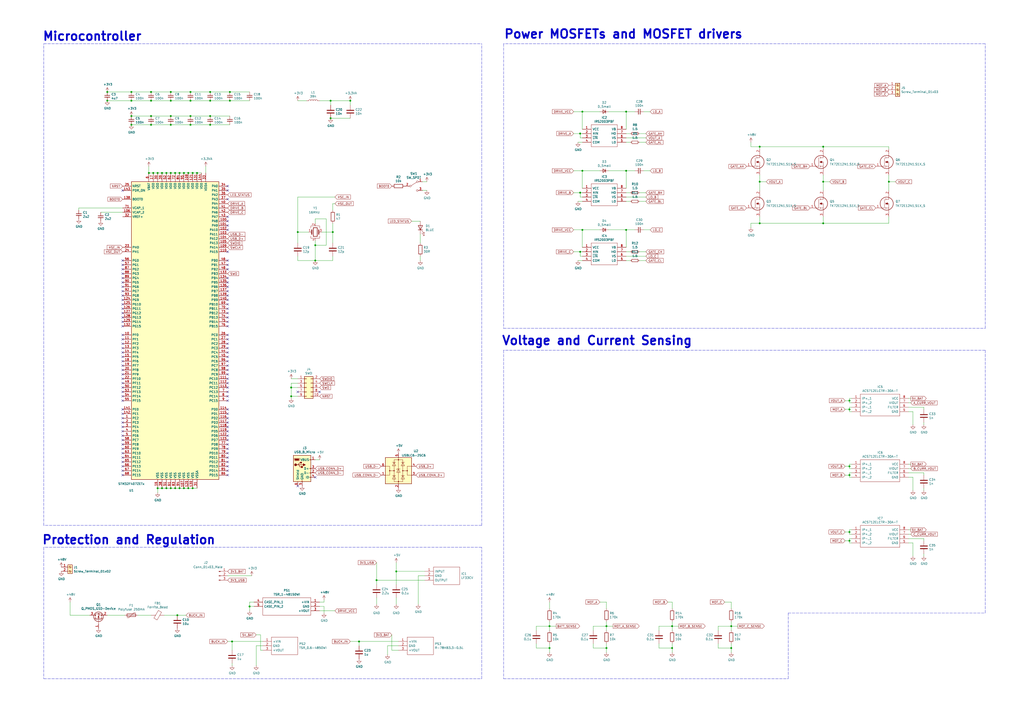
<source format=kicad_sch>
(kicad_sch (version 20211123) (generator eeschema)
  (paper "A2")
  (title_block (title "IRG Motor Controller") (date "2022-02-09") (rev "1.2") (company "IRG") (comment 1 "Iteration 3"))
  (junction (at 363.22 133.35))
  (junction (at 101.6 100.33))
  (junction (at 318.77 363.22))
  (junction (at 87.63 58.42))
  (junction (at 351.79 375.92))
  (junction (at 93.98 283.21))
  (junction (at 111.76 100.33))
  (junction (at 492.76 232.41))
  (junction (at 133.35 53.34))
  (junction (at 363.22 64.77))
  (junction (at 93.98 100.33))
  (junction (at 110.49 67.31))
  (junction (at 99.06 283.21))
  (junction (at 193.04 134.62))
  (junction (at 88.9 100.33))
  (junction (at 440.69 105.41))
  (junction (at 182.88 151.13))
  (junction (at 111.76 283.21))
  (junction (at 337.82 133.35))
  (junction (at 477.52 85.09))
  (junction (at 101.6 283.21))
  (junction (at 109.22 100.33))
  (junction (at 87.63 72.39))
  (junction (at 336.55 77.47))
  (junction (at 114.3 100.33))
  (junction (at 96.52 100.33))
  (junction (at 168.91 224.79))
  (junction (at 110.49 72.39))
  (junction (at 389.89 375.92))
  (junction (at 104.14 283.21))
  (junction (at 492.76 237.49))
  (junction (at 440.69 129.54))
  (junction (at 104.14 100.33))
  (junction (at 62.23 58.42))
  (junction (at 424.18 363.22))
  (junction (at 318.77 375.92))
  (junction (at 492.76 270.51))
  (junction (at 218.44 336.55))
  (junction (at 99.06 53.34))
  (junction (at 424.18 375.92))
  (junction (at 99.06 100.33))
  (junction (at 87.63 67.31))
  (junction (at 229.87 331.47))
  (junction (at 363.22 99.06))
  (junction (at 168.91 229.87))
  (junction (at 133.35 58.42))
  (junction (at 106.68 283.21))
  (junction (at 106.68 100.33))
  (junction (at 109.22 283.21))
  (junction (at 440.69 85.09))
  (junction (at 62.23 53.34))
  (junction (at 203.2 58.42))
  (junction (at 87.63 53.34))
  (junction (at 492.76 275.59))
  (junction (at 351.79 363.22))
  (junction (at 191.77 68.58))
  (junction (at 76.2 72.39))
  (junction (at 172.72 134.62))
  (junction (at 121.92 58.42))
  (junction (at 515.62 105.41))
  (junction (at 121.92 67.31))
  (junction (at 102.87 356.87))
  (junction (at 76.2 53.34))
  (junction (at 99.06 72.39))
  (junction (at 208.28 372.11))
  (junction (at 96.52 283.21))
  (junction (at 91.44 100.33))
  (junction (at 191.77 58.42))
  (junction (at 144.78 351.79))
  (junction (at 336.55 146.05))
  (junction (at 492.76 308.61))
  (junction (at 110.49 53.34))
  (junction (at 76.2 67.31))
  (junction (at 91.44 283.21))
  (junction (at 477.52 105.41))
  (junction (at 337.82 99.06))
  (junction (at 389.89 363.22))
  (junction (at 121.92 72.39))
  (junction (at 337.82 64.77))
  (junction (at 86.36 100.33))
  (junction (at 182.88 142.24))
  (junction (at 110.49 58.42))
  (junction (at 99.06 67.31))
  (junction (at 99.06 58.42))
  (junction (at 121.92 53.34))
  (junction (at 336.55 111.76))
  (junction (at 76.2 58.42))
  (junction (at 492.76 313.69))
  (junction (at 477.52 129.54))
  (junction (at 134.62 372.11))
  (no_connect (at 132.08 250.19))
  (no_connect (at 71.12 196.85))
  (no_connect (at 71.12 270.51))
  (no_connect (at 132.08 217.17))
  (no_connect (at 132.08 262.89))
  (no_connect (at 71.12 273.05))
  (no_connect (at 71.12 207.01))
  (no_connect (at 71.12 184.15))
  (no_connect (at 132.08 107.95))
  (no_connect (at 172.72 227.33))
  (no_connect (at 71.12 151.13))
  (no_connect (at 132.08 260.35))
  (no_connect (at 71.12 265.43))
  (no_connect (at 71.12 176.53))
  (no_connect (at 132.08 125.73))
  (no_connect (at 132.08 110.49))
  (no_connect (at 132.08 184.15))
  (no_connect (at 71.12 229.87))
  (no_connect (at 132.08 214.63))
  (no_connect (at 172.72 281.94))
  (no_connect (at 71.12 163.83))
  (no_connect (at 132.08 166.37))
  (no_connect (at 132.08 128.27))
  (no_connect (at 71.12 240.03))
  (no_connect (at 132.08 156.21))
  (no_connect (at 132.08 273.05))
  (no_connect (at 132.08 199.39))
  (no_connect (at 71.12 189.23))
  (no_connect (at 182.88 276.86))
  (no_connect (at 71.12 262.89))
  (no_connect (at 71.12 224.79))
  (no_connect (at 132.08 237.49))
  (no_connect (at 132.08 151.13))
  (no_connect (at 132.08 209.55))
  (no_connect (at 71.12 161.29))
  (no_connect (at 71.12 252.73))
  (no_connect (at 71.12 217.17))
  (no_connect (at 71.12 171.45))
  (no_connect (at 132.08 252.73))
  (no_connect (at 132.08 130.81))
  (no_connect (at 71.12 168.91))
  (no_connect (at 132.08 222.25))
  (no_connect (at 71.12 255.27))
  (no_connect (at 132.08 275.59))
  (no_connect (at 132.08 265.43))
  (no_connect (at 132.08 204.47))
  (no_connect (at 71.12 156.21))
  (no_connect (at 132.08 161.29))
  (no_connect (at 71.12 153.67))
  (no_connect (at 71.12 186.69))
  (no_connect (at 132.08 189.23))
  (no_connect (at 132.08 115.57))
  (no_connect (at 71.12 204.47))
  (no_connect (at 71.12 214.63))
  (no_connect (at 132.08 255.27))
  (no_connect (at 132.08 186.69))
  (no_connect (at 132.08 153.67))
  (no_connect (at 132.08 240.03))
  (no_connect (at 71.12 201.93))
  (no_connect (at 71.12 242.57))
  (no_connect (at 132.08 257.81))
  (no_connect (at 132.08 146.05))
  (no_connect (at 71.12 245.11))
  (no_connect (at 132.08 176.53))
  (no_connect (at 71.12 222.25))
  (no_connect (at 71.12 267.97))
  (no_connect (at 71.12 227.33))
  (no_connect (at 71.12 247.65))
  (no_connect (at 71.12 209.55))
  (no_connect (at 132.08 173.99))
  (no_connect (at 132.08 168.91))
  (no_connect (at 71.12 250.19))
  (no_connect (at 132.08 171.45))
  (no_connect (at 132.08 207.01))
  (no_connect (at 132.08 201.93))
  (no_connect (at 71.12 173.99))
  (no_connect (at 71.12 199.39))
  (no_connect (at 132.08 232.41))
  (no_connect (at 71.12 275.59))
  (no_connect (at 71.12 179.07))
  (no_connect (at 132.08 219.71))
  (no_connect (at 132.08 194.31))
  (no_connect (at 71.12 181.61))
  (no_connect (at 71.12 257.81))
  (no_connect (at 132.08 245.11))
  (no_connect (at 132.08 229.87))
  (no_connect (at 132.08 163.83))
  (no_connect (at 71.12 110.49))
  (no_connect (at 132.08 247.65))
  (no_connect (at 132.08 270.51))
  (no_connect (at 71.12 158.75))
  (no_connect (at 132.08 196.85))
  (no_connect (at 132.08 181.61))
  (no_connect (at 71.12 237.49))
  (no_connect (at 71.12 260.35))
  (no_connect (at 132.08 267.97))
  (no_connect (at 132.08 212.09))
  (no_connect (at 132.08 224.79))
  (no_connect (at 132.08 179.07))
  (no_connect (at 71.12 219.71))
  (no_connect (at 132.08 227.33))
  (no_connect (at 71.12 232.41))
  (no_connect (at 185.42 227.33))
  (no_connect (at 71.12 166.37))
  (no_connect (at 71.12 194.31))
  (no_connect (at 132.08 242.57))
  (no_connect (at 132.08 133.35))
  (no_connect (at 71.12 212.09))
  (wire (pts (xy 515.62 105.41) (xy 519.43 105.41)))
  (wire (pts (xy 189.23 127) (xy 189.23 142.24)))
  (wire (pts (xy 535.94 312.42) (xy 527.05 312.42)))
  (wire (pts (xy 435.61 129.54) (xy 440.69 129.54)))
  (wire (pts (xy 133.35 53.34) (xy 121.92 53.34)))
  (wire (pts (xy 229.87 331.47) (xy 229.87 339.09)))
  (wire (pts (xy 168.91 222.25) (xy 168.91 224.79)))
  (wire (pts (xy 151.13 377.19) (xy 152.4 377.19)))
  (wire (pts (xy 91.44 283.21) (xy 93.98 283.21)))
  (wire (pts (xy 529.59 284.48) (xy 529.59 276.86)))
  (wire (pts (xy 477.52 105.41) (xy 477.52 101.6)))
  (wire (pts (xy 76.2 53.34) (xy 87.63 53.34)))
  (wire (pts (xy 132.08 334.01) (xy 146.05 334.01)))
  (wire (pts (xy 363.22 151.13) (xy 365.76 151.13)))
  (wire (pts (xy 494.03 231.14) (xy 492.76 231.14)))
  (wire (pts (xy 91.44 283.21) (xy 91.44 285.75)))
  (wire (pts (xy 351.79 349.25) (xy 351.79 353.06)))
  (wire (pts (xy 318.77 378.46) (xy 318.77 375.92)))
  (wire (pts (xy 368.3 64.77) (xy 363.22 64.77)))
  (wire (pts (xy 492.76 269.24) (xy 492.76 270.51)))
  (wire (pts (xy 382.27 375.92) (xy 389.89 375.92)))
  (wire (pts (xy 440.69 129.54) (xy 477.52 129.54)))
  (wire (pts (xy 535.94 236.22) (xy 527.05 236.22)))
  (wire (pts (xy 152.4 374.65) (xy 148.59 374.65)))
  (wire (pts (xy 344.17 375.92) (xy 351.79 375.92)))
  (wire (pts (xy 191.77 60.96) (xy 191.77 58.42)))
  (wire (pts (xy 515.62 105.41) (xy 515.62 101.6)))
  (wire (pts (xy 104.14 283.21) (xy 106.68 283.21)))
  (wire (pts (xy 363.22 148.59) (xy 374.65 148.59)))
  (wire (pts (xy 353.06 99.06) (xy 363.22 99.06)))
  (wire (pts (xy 121.92 72.39) (xy 133.35 72.39)))
  (wire (pts (xy 194.31 114.3) (xy 172.72 114.3)))
  (wire (pts (xy 365.76 77.47) (xy 363.22 77.47)))
  (wire (pts (xy 494.03 274.32) (xy 492.76 274.32)))
  (wire (pts (xy 224.79 379.73) (xy 224.79 374.65)))
  (wire (pts (xy 311.15 375.92) (xy 318.77 375.92)))
  (wire (pts (xy 492.76 237.49) (xy 492.76 238.76)))
  (wire (pts (xy 93.98 283.21) (xy 96.52 283.21)))
  (wire (pts (xy 144.78 349.25) (xy 144.78 351.79)))
  (wire (pts (xy 382.27 363.22) (xy 389.89 363.22)))
  (wire (pts (xy 318.77 360.68) (xy 318.77 363.22)))
  (wire (pts (xy 347.98 64.77) (xy 337.82 64.77)))
  (wire (pts (xy 132.08 372.11) (xy 134.62 372.11)))
  (wire (pts (xy 492.76 274.32) (xy 492.76 275.59)))
  (wire (pts (xy 208.28 372.11) (xy 203.2 372.11)))
  (wire (pts (xy 242.57 334.01) (xy 242.57 350.52)))
  (wire (pts (xy 477.52 129.54) (xy 515.62 129.54)))
  (polyline (pts (xy 279.4 393.7) (xy 279.4 317.5)))
  (wire (pts (xy 193.04 151.13) (xy 193.04 148.59)))
  (wire (pts (xy 528.32 271.78) (xy 527.05 271.78)))
  (polyline (pts (xy 279.4 317.5) (xy 25.4 317.5)))
  (polyline (pts (xy 457.2 355.6) (xy 571.5 355.6)))
  (wire (pts (xy 76.2 58.42) (xy 62.23 58.42)))
  (wire (pts (xy 377.19 99.06) (xy 373.38 99.06)))
  (wire (pts (xy 490.22 270.51) (xy 492.76 270.51)))
  (wire (pts (xy 243.84 135.89) (xy 243.84 140.97)))
  (wire (pts (xy 336.55 111.76) (xy 332.74 111.76)))
  (wire (pts (xy 172.72 140.97) (xy 172.72 134.62)))
  (wire (pts (xy 224.79 374.65) (xy 231.14 374.65)))
  (polyline (pts (xy 571.5 355.6) (xy 571.5 203.2)))
  (wire (pts (xy 62.23 356.87) (xy 72.39 356.87)))
  (wire (pts (xy 87.63 67.31) (xy 99.06 67.31)))
  (wire (pts (xy 168.91 219.71) (xy 172.72 219.71)))
  (wire (pts (xy 106.68 100.33) (xy 109.22 100.33)))
  (wire (pts (xy 424.18 349.25) (xy 424.18 353.06)))
  (wire (pts (xy 490.22 308.61) (xy 492.76 308.61)))
  (wire (pts (xy 389.89 373.38) (xy 389.89 375.92)))
  (wire (pts (xy 318.77 349.25) (xy 318.77 353.06)))
  (wire (pts (xy 336.55 148.59) (xy 337.82 148.59)))
  (wire (pts (xy 377.19 64.77) (xy 373.38 64.77)))
  (wire (pts (xy 218.44 336.55) (xy 218.44 339.09)))
  (wire (pts (xy 427.99 363.22) (xy 424.18 363.22)))
  (wire (pts (xy 86.36 96.52) (xy 86.36 100.33)))
  (wire (pts (xy 172.72 148.59) (xy 172.72 151.13)))
  (wire (pts (xy 121.92 67.31) (xy 110.49 67.31)))
  (wire (pts (xy 435.61 132.08) (xy 435.61 129.54)))
  (wire (pts (xy 477.52 110.49) (xy 477.52 105.41)))
  (wire (pts (xy 492.76 270.51) (xy 492.76 271.78)))
  (wire (pts (xy 99.06 100.33) (xy 101.6 100.33)))
  (wire (pts (xy 492.76 233.68) (xy 494.03 233.68)))
  (wire (pts (xy 477.52 85.09) (xy 477.52 86.36)))
  (wire (pts (xy 193.04 134.62) (xy 193.04 140.97)))
  (wire (pts (xy 218.44 326.39) (xy 218.44 336.55)))
  (wire (pts (xy 370.84 146.05) (xy 374.65 146.05)))
  (wire (pts (xy 365.76 111.76) (xy 363.22 111.76)))
  (wire (pts (xy 535.94 275.59) (xy 535.94 274.32)))
  (wire (pts (xy 102.87 356.87) (xy 95.25 356.87)))
  (wire (pts (xy 147.32 351.79) (xy 144.78 351.79)))
  (wire (pts (xy 492.76 309.88) (xy 494.03 309.88)))
  (polyline (pts (xy 25.4 393.7) (xy 279.4 393.7)))
  (wire (pts (xy 168.91 224.79) (xy 168.91 229.87)))
  (wire (pts (xy 389.89 360.68) (xy 389.89 363.22)))
  (wire (pts (xy 218.44 336.55) (xy 246.38 336.55)))
  (wire (pts (xy 515.62 110.49) (xy 515.62 105.41)))
  (polyline (pts (xy 25.4 25.4) (xy 279.4 25.4)))
  (polyline (pts (xy 457.2 393.7) (xy 457.2 355.6)))
  (wire (pts (xy 370.84 77.47) (xy 374.65 77.47)))
  (wire (pts (xy 527.05 269.24) (xy 528.32 269.24)))
  (wire (pts (xy 185.42 351.79) (xy 187.96 351.79)))
  (polyline (pts (xy 279.4 304.8) (xy 279.4 25.4)))
  (wire (pts (xy 535.94 274.32) (xy 527.05 274.32)))
  (wire (pts (xy 336.55 111.76) (xy 336.55 114.3)))
  (wire (pts (xy 193.04 129.54) (xy 193.04 134.62)))
  (wire (pts (xy 337.82 133.35) (xy 337.82 143.51)))
  (wire (pts (xy 490.22 313.69) (xy 492.76 313.69)))
  (wire (pts (xy 187.96 349.25) (xy 185.42 349.25)))
  (wire (pts (xy 151.13 368.3) (xy 148.59 368.3)))
  (wire (pts (xy 494.03 312.42) (xy 492.76 312.42)))
  (wire (pts (xy 535.94 246.38) (xy 535.94 245.11)))
  (wire (pts (xy 440.69 85.09) (xy 477.52 85.09)))
  (wire (pts (xy 151.13 377.19) (xy 151.13 368.3)))
  (wire (pts (xy 110.49 53.34) (xy 99.06 53.34)))
  (wire (pts (xy 477.52 105.41) (xy 481.33 105.41)))
  (wire (pts (xy 416.56 365.76) (xy 416.56 363.22)))
  (wire (pts (xy 101.6 283.21) (xy 104.14 283.21)))
  (wire (pts (xy 247.65 105.41) (xy 245.11 105.41)))
  (wire (pts (xy 133.35 67.31) (xy 121.92 67.31)))
  (wire (pts (xy 96.52 283.21) (xy 99.06 283.21)))
  (wire (pts (xy 370.84 82.55) (xy 374.65 82.55)))
  (wire (pts (xy 424.18 373.38) (xy 424.18 375.92)))
  (wire (pts (xy 337.82 77.47) (xy 336.55 77.47)))
  (wire (pts (xy 435.61 85.09) (xy 440.69 85.09)))
  (wire (pts (xy 311.15 365.76) (xy 311.15 363.22)))
  (wire (pts (xy 355.6 363.22) (xy 351.79 363.22)))
  (wire (pts (xy 110.49 58.42) (xy 121.92 58.42)))
  (wire (pts (xy 389.89 363.22) (xy 389.89 365.76)))
  (wire (pts (xy 114.3 100.33) (xy 116.84 100.33)))
  (wire (pts (xy 247.65 110.49) (xy 245.11 110.49)))
  (wire (pts (xy 336.55 80.01) (xy 337.82 80.01)))
  (wire (pts (xy 529.59 246.38) (xy 529.59 238.76)))
  (wire (pts (xy 203.2 68.58) (xy 191.77 68.58)))
  (wire (pts (xy 492.76 276.86) (xy 494.03 276.86)))
  (wire (pts (xy 227.33 368.3) (xy 227.33 377.19)))
  (wire (pts (xy 134.62 372.11) (xy 152.4 372.11)))
  (polyline (pts (xy 571.5 190.5) (xy 571.5 25.4)))
  (polyline (pts (xy 571.5 203.2) (xy 292.1 203.2)))
  (wire (pts (xy 416.56 363.22) (xy 424.18 363.22)))
  (wire (pts (xy 490.22 232.41) (xy 492.76 232.41)))
  (wire (pts (xy 88.9 100.33) (xy 91.44 100.33)))
  (wire (pts (xy 96.52 100.33) (xy 99.06 100.33)))
  (wire (pts (xy 393.7 363.22) (xy 389.89 363.22)))
  (wire (pts (xy 134.62 386.08) (xy 134.62 384.81)))
  (wire (pts (xy 182.88 127) (xy 189.23 127)))
  (wire (pts (xy 168.91 222.25) (xy 172.72 222.25)))
  (wire (pts (xy 109.22 100.33) (xy 111.76 100.33)))
  (wire (pts (xy 71.12 120.65) (xy 45.72 120.65)))
  (wire (pts (xy 246.38 334.01) (xy 242.57 334.01)))
  (wire (pts (xy 111.76 100.33) (xy 114.3 100.33)))
  (wire (pts (xy 420.37 349.25) (xy 424.18 349.25)))
  (wire (pts (xy 370.84 116.84) (xy 374.65 116.84)))
  (wire (pts (xy 172.72 114.3) (xy 172.72 134.62)))
  (wire (pts (xy 182.88 142.24) (xy 182.88 151.13)))
  (polyline (pts (xy 292.1 393.7) (xy 457.2 393.7)))
  (wire (pts (xy 424.18 360.68) (xy 424.18 363.22)))
  (wire (pts (xy 363.22 99.06) (xy 363.22 109.22)))
  (wire (pts (xy 492.76 313.69) (xy 492.76 314.96)))
  (wire (pts (xy 527.05 307.34) (xy 528.32 307.34)))
  (wire (pts (xy 189.23 142.24) (xy 182.88 142.24)))
  (wire (pts (xy 231.14 372.11) (xy 208.28 372.11)))
  (wire (pts (xy 182.88 151.13) (xy 193.04 151.13)))
  (wire (pts (xy 529.59 314.96) (xy 527.05 314.96)))
  (wire (pts (xy 111.76 283.21) (xy 114.3 283.21)))
  (wire (pts (xy 187.96 347.98) (xy 187.96 349.25)))
  (wire (pts (xy 203.2 58.42) (xy 203.2 60.96)))
  (wire (pts (xy 440.69 105.41) (xy 444.5 105.41)))
  (wire (pts (xy 492.76 314.96) (xy 494.03 314.96)))
  (polyline (pts (xy 279.4 304.8) (xy 25.4 304.8)))
  (wire (pts (xy 322.58 363.22) (xy 318.77 363.22)))
  (wire (pts (xy 337.82 146.05) (xy 336.55 146.05)))
  (wire (pts (xy 492.76 308.61) (xy 492.76 309.88)))
  (wire (pts (xy 76.2 58.42) (xy 87.63 58.42)))
  (wire (pts (xy 101.6 100.33) (xy 104.14 100.33)))
  (wire (pts (xy 535.94 322.58) (xy 535.94 321.31)))
  (wire (pts (xy 477.52 85.09) (xy 515.62 85.09)))
  (wire (pts (xy 318.77 363.22) (xy 318.77 365.76)))
  (wire (pts (xy 144.78 53.34) (xy 133.35 53.34)))
  (wire (pts (xy 363.22 80.01) (xy 374.65 80.01)))
  (wire (pts (xy 187.96 351.79) (xy 187.96 355.6)))
  (wire (pts (xy 492.76 312.42) (xy 492.76 313.69)))
  (wire (pts (xy 344.17 373.38) (xy 344.17 375.92)))
  (wire (pts (xy 363.22 64.77) (xy 363.22 74.93)))
  (wire (pts (xy 177.8 58.42) (xy 172.72 58.42)))
  (wire (pts (xy 492.76 236.22) (xy 492.76 237.49)))
  (wire (pts (xy 351.79 360.68) (xy 351.79 363.22)))
  (wire (pts (xy 311.15 363.22) (xy 318.77 363.22)))
  (wire (pts (xy 416.56 375.92) (xy 424.18 375.92)))
  (wire (pts (xy 351.79 363.22) (xy 351.79 365.76)))
  (wire (pts (xy 193.04 121.92) (xy 193.04 118.11)))
  (wire (pts (xy 492.76 232.41) (xy 492.76 233.68)))
  (polyline (pts (xy 571.5 25.4) (xy 292.1 25.4)))
  (wire (pts (xy 109.22 283.21) (xy 111.76 283.21)))
  (wire (pts (xy 104.14 100.33) (xy 106.68 100.33)))
  (wire (pts (xy 382.27 365.76) (xy 382.27 363.22)))
  (wire (pts (xy 172.72 151.13) (xy 182.88 151.13)))
  (wire (pts (xy 535.94 237.49) (xy 535.94 236.22)))
  (wire (pts (xy 172.72 224.79) (xy 168.91 224.79)))
  (wire (pts (xy 368.3 133.35) (xy 363.22 133.35)))
  (wire (pts (xy 336.55 146.05) (xy 336.55 148.59)))
  (wire (pts (xy 208.28 374.65) (xy 208.28 372.11)))
  (wire (pts (xy 335.28 116.84) (xy 337.82 116.84)))
  (wire (pts (xy 337.82 99.06) (xy 347.98 99.06)))
  (wire (pts (xy 337.82 111.76) (xy 336.55 111.76)))
  (wire (pts (xy 424.18 378.46) (xy 424.18 375.92)))
  (wire (pts (xy 440.69 85.09) (xy 440.69 86.36)))
  (wire (pts (xy 99.06 72.39) (xy 110.49 72.39)))
  (wire (pts (xy 494.03 269.24) (xy 492.76 269.24)))
  (wire (pts (xy 389.89 378.46) (xy 389.89 375.92)))
  (wire (pts (xy 87.63 58.42) (xy 99.06 58.42)))
  (wire (pts (xy 529.59 238.76) (xy 527.05 238.76)))
  (wire (pts (xy 229.87 326.39) (xy 229.87 331.47)))
  (wire (pts (xy 243.84 151.13) (xy 243.84 148.59)))
  (wire (pts (xy 440.69 110.49) (xy 440.69 105.41)))
  (wire (pts (xy 535.94 313.69) (xy 535.94 312.42)))
  (wire (pts (xy 515.62 85.09) (xy 515.62 86.36)))
  (wire (pts (xy 365.76 146.05) (xy 363.22 146.05)))
  (wire (pts (xy 353.06 64.77) (xy 363.22 64.77)))
  (wire (pts (xy 332.74 64.77) (xy 337.82 64.77)))
  (wire (pts (xy 490.22 237.49) (xy 492.76 237.49)))
  (wire (pts (xy 185.42 266.7) (xy 182.88 266.7)))
  (wire (pts (xy 492.76 271.78) (xy 494.03 271.78)))
  (wire (pts (xy 477.52 125.73) (xy 477.52 129.54)))
  (wire (pts (xy 318.77 373.38) (xy 318.77 375.92)))
  (wire (pts (xy 193.04 118.11) (xy 194.31 118.11)))
  (wire (pts (xy 363.22 82.55) (xy 365.76 82.55)))
  (polyline (pts (xy 25.4 317.5) (xy 25.4 393.7)))
  (wire (pts (xy 185.42 354.33) (xy 194.31 354.33)))
  (wire (pts (xy 229.87 346.71) (xy 229.87 350.52)))
  (wire (pts (xy 494.03 236.22) (xy 492.76 236.22)))
  (wire (pts (xy 332.74 99.06) (xy 337.82 99.06)))
  (wire (pts (xy 76.2 72.39) (xy 87.63 72.39)))
  (wire (pts (xy 490.22 275.59) (xy 492.76 275.59)))
  (wire (pts (xy 144.78 351.79) (xy 144.78 354.33)))
  (wire (pts (xy 494.03 307.34) (xy 492.76 307.34)))
  (wire (pts (xy 121.92 58.42) (xy 133.35 58.42)))
  (wire (pts (xy 370.84 151.13) (xy 374.65 151.13)))
  (polyline (pts (xy 292.1 25.4) (xy 292.1 190.5)))
  (wire (pts (xy 119.38 96.52) (xy 119.38 100.33)))
  (wire (pts (xy 382.27 373.38) (xy 382.27 375.92)))
  (wire (pts (xy 110.49 72.39) (xy 121.92 72.39)))
  (wire (pts (xy 311.15 373.38) (xy 311.15 375.92)))
  (wire (pts (xy 492.76 275.59) (xy 492.76 276.86)))
  (wire (pts (xy 110.49 67.31) (xy 99.06 67.31)))
  (wire (pts (xy 172.72 134.62) (xy 179.07 134.62)))
  (wire (pts (xy 344.17 363.22) (xy 351.79 363.22)))
  (wire (pts (xy 93.98 100.33) (xy 96.52 100.33)))
  (wire (pts (xy 351.79 375.92) (xy 351.79 378.46)))
  (wire (pts (xy 336.55 146.05) (xy 332.74 146.05)))
  (wire (pts (xy 107.95 356.87) (xy 102.87 356.87)))
  (wire (pts (xy 45.72 120.65) (xy 45.72 121.92)))
  (wire (pts (xy 424.18 363.22) (xy 424.18 365.76)))
  (wire (pts (xy 87.63 53.34) (xy 99.06 53.34)))
  (wire (pts (xy 363.22 133.35) (xy 363.22 143.51)))
  (wire (pts (xy 344.17 365.76) (xy 344.17 363.22)))
  (wire (pts (xy 168.91 229.87) (xy 168.91 231.14)))
  (wire (pts (xy 91.44 100.33) (xy 93.98 100.33)))
  (wire (pts (xy 76.2 53.34) (xy 62.23 53.34)))
  (wire (pts (xy 528.32 233.68) (xy 527.05 233.68)))
  (wire (pts (xy 528.32 309.88) (xy 527.05 309.88)))
  (wire (pts (xy 492.76 231.14) (xy 492.76 232.41)))
  (wire (pts (xy 168.91 229.87) (xy 172.72 229.87)))
  (wire (pts (xy 347.98 349.25) (xy 351.79 349.25)))
  (wire (pts (xy 133.35 58.42) (xy 144.78 58.42)))
  (wire (pts (xy 363.22 114.3) (xy 374.65 114.3)))
  (wire (pts (xy 332.74 133.35) (xy 337.82 133.35)))
  (wire (pts (xy 377.19 133.35) (xy 373.38 133.35)))
  (wire (pts (xy 527.05 231.14) (xy 528.32 231.14)))
  (wire (pts (xy 229.87 331.47) (xy 246.38 331.47)))
  (wire (pts (xy 435.61 82.55) (xy 435.61 85.09)))
  (wire (pts (xy 88.9 100.33) (xy 86.36 100.33)))
  (wire (pts (xy 529.59 322.58) (xy 529.59 314.96)))
  (wire (pts (xy 227.33 377.19) (xy 231.14 377.19)))
  (wire (pts (xy 363.22 116.84) (xy 365.76 116.84)))
  (wire (pts (xy 40.64 356.87) (xy 52.07 356.87)))
  (wire (pts (xy 106.68 283.21) (xy 109.22 283.21)))
  (polyline (pts (xy 292.1 190.5) (xy 571.5 190.5)))
  (wire (pts (xy 370.84 111.76) (xy 374.65 111.76)))
  (wire (pts (xy 336.55 77.47) (xy 336.55 80.01)))
  (wire (pts (xy 87.63 356.87) (xy 80.01 356.87)))
  (wire (pts (xy 337.82 133.35) (xy 347.98 133.35)))
  (wire (pts (xy 335.28 82.55) (xy 337.82 82.55)))
  (wire (pts (xy 389.89 349.25) (xy 389.89 353.06)))
  (wire (pts (xy 243.84 128.27) (xy 238.76 128.27)))
  (wire (pts (xy 492.76 307.34) (xy 492.76 308.61)))
  (wire (pts (xy 99.06 283.21) (xy 101.6 283.21)))
  (wire (pts (xy 336.55 114.3) (xy 337.82 114.3)))
  (wire (pts (xy 335.28 151.13) (xy 337.82 151.13)))
  (wire (pts (xy 58.42 123.19) (xy 71.12 123.19)))
  (wire (pts (xy 529.59 276.86) (xy 527.05 276.86)))
  (wire (pts (xy 332.74 77.47) (xy 336.55 77.47)))
  (wire (pts (xy 416.56 373.38) (xy 416.56 375.92)))
  (wire (pts (xy 440.69 105.41) (xy 440.69 101.6)))
  (wire (pts (xy 203.2 58.42) (xy 191.77 58.42)))
  (wire (pts (xy 182.88 129.54) (xy 182.88 127)))
  (wire (pts (xy 121.92 53.34) (xy 110.49 53.34)))
  (wire (pts (xy 134.62 372.11) (xy 134.62 377.19)))
  (wire (pts (xy 148.59 374.65) (xy 148.59 386.08)))
  (wire (pts (xy 368.3 99.06) (xy 363.22 99.06)))
  (wire (pts (xy 387.35 349.25) (xy 389.89 349.25)))
  (wire (pts (xy 186.69 134.62) (xy 193.04 134.62)))
  (wire (pts (xy 353.06 133.35) (xy 363.22 133.35)))
  (wire (pts (xy 535.94 284.48) (xy 535.94 283.21)))
  (polyline (pts (xy 25.4 304.8) (xy 25.4 25.4)))
  (wire (pts (xy 182.88 139.7) (xy 182.88 142.24)))
  (wire (pts (xy 147.32 349.25) (xy 144.78 349.25)))
  (wire (pts (xy 87.63 72.39) (xy 99.06 72.39)))
  (wire (pts (xy 191.77 58.42) (xy 185.42 58.42)))
  (wire (pts (xy 440.69 125.73) (xy 440.69 129.54)))
  (wire (pts (xy 40.64 349.25) (xy 40.64 356.87)))
  (wire (pts (xy 76.2 67.31) (xy 87.63 67.31)))
  (wire (pts (xy 515.62 129.54) (xy 515.62 125.73)))
  (wire (pts (xy 337.82 99.06) (xy 337.82 109.22)))
  (polyline (pts (xy 292.1 203.2) (xy 292.1 393.7)))
  (wire (pts (xy 351.79 373.38) (xy 351.79 375.92)))
  (wire (pts (xy 218.44 346.71) (xy 218.44 350.52)))
  (wire (pts (xy 337.82 64.77) (xy 337.82 74.93)))
  (wire (pts (xy 492.76 238.76) (xy 494.03 238.76)))
  (wire (pts (xy 99.06 58.42) (xy 110.49 58.42)))
  (text "Power MOSFETs and MOSFET drivers" (at 292.1 22.86 0) (effects (font (size 5.0292 5.0292) (thickness 1.0058) bold) (justify left bottom)))
  (text "Voltage and Current Sensing" (at 290.83 200.66 0) (effects (font (size 5.0292 5.0292) (thickness 1.0058) bold) (justify left bottom)))
  (text "Protection and Regulation" (at 24.13 316.23 0) (effects (font (size 5.0292 5.0292) (thickness 1.0058) bold) (justify left bottom)))
  (text "Microcontroller" (at 82.55 24.13 180) (effects (font (size 5.0292 5.0292) (thickness 1.0058) bold) (justify right bottom)))
  (global_label "USB_CONN_D-" (shape input) (at 220.98 275.59 180) (property "Intersheet References" "${INTERSHEET_REFS}" (effects hide)))
  (global_label "MOT_B" (shape input) (at 515.62 52.07 180) (property "Intersheet References" "${INTERSHEET_REFS}" (effects hide)))
  (global_label "DRIVE_C" (shape input) (at 132.08 123.19 0) (property "Intersheet References" "${INTERSHEET_REFS}" (effects hide)))
  (global_label "GATE_CH" (shape input) (at 374.65 146.05 0) (property "Intersheet References" "${INTERSHEET_REFS}" (effects hide)))
  (global_label "5V_BAT" (shape output) (at 528.32 231.14 0) (property "Intersheet References" "${INTERSHEET_REFS}" (effects hide)))
  (global_label "LO_C" (shape input) (at 374.65 148.59 0) (property "Intersheet References" "${INTERSHEET_REFS}" (effects hide)))
  (global_label "LO_B" (shape input) (at 374.65 114.3 0) (property "Intersheet References" "${INTERSHEET_REFS}" (effects hide)))
  (global_label "GATE_BH" (shape input) (at 469.9 96.52 180) (property "Intersheet References" "${INTERSHEET_REFS}" (effects hide)))
  (global_label "HSE_OUT" (shape input) (at 71.12 146.05 180) (property "Intersheet References" "${INTERSHEET_REFS}" (effects hide)))
  (global_label "USB_CONN_D+" (shape input) (at 241.3 275.59 0) (property "Intersheet References" "${INTERSHEET_REFS}" (effects hide)))
  (global_label "GATE_AH" (shape input) (at 433.07 96.52 180) (property "Intersheet References" "${INTERSHEET_REFS}" (effects hide)))
  (global_label "HSE_IN" (shape input) (at 194.31 114.3 0) (property "Intersheet References" "${INTERSHEET_REFS}" (effects hide)))
  (global_label "LED_STATUS" (shape input) (at 132.08 113.03 0) (property "Intersheet References" "${INTERSHEET_REFS}" (effects hide)))
  (global_label "MOT_C" (shape input) (at 515.62 54.61 180) (property "Intersheet References" "${INTERSHEET_REFS}" (effects hide)))
  (global_label "HSE_IN" (shape input) (at 71.12 143.51 180) (property "Intersheet References" "${INTERSHEET_REFS}" (effects hide)))
  (global_label "MOT_A" (shape input) (at 490.22 237.49 180) (property "Intersheet References" "${INTERSHEET_REFS}" (effects hide)))
  (global_label "MOT_B" (shape input) (at 490.22 275.59 180) (property "Intersheet References" "${INTERSHEET_REFS}" (effects hide)))
  (global_label "BOOT0" (shape input) (at 71.12 115.57 180) (property "Intersheet References" "${INTERSHEET_REFS}" (effects hide)))
  (global_label "A_CURR_VOUT" (shape input) (at 528.32 233.68 0) (property "Intersheet References" "${INTERSHEET_REFS}" (effects hide)))
  (global_label "DRIVE_B" (shape input) (at 132.08 120.65 0) (property "Intersheet References" "${INTERSHEET_REFS}" (effects hide)))
  (global_label "BUCK_IN" (shape input) (at 132.08 372.11 180) (property "Intersheet References" "${INTERSHEET_REFS}" (effects hide)))
  (global_label "BUCK_IN" (shape input) (at 107.95 356.87 0) (property "Intersheet References" "${INTERSHEET_REFS}" (effects hide)))
  (global_label "DRIVE_A" (shape input) (at 132.08 118.11 0) (property "Intersheet References" "${INTERSHEET_REFS}" (effects hide)))
  (global_label "VOUT_C" (shape input) (at 490.22 308.61 180) (property "Intersheet References" "${INTERSHEET_REFS}" (effects hide)))
  (global_label "USB_CONN_D-" (shape input) (at 182.88 274.32 0) (property "Intersheet References" "${INTERSHEET_REFS}" (effects hide)))
  (global_label "B_CURR_VOUT" (shape input) (at 528.32 271.78 0) (property "Intersheet References" "${INTERSHEET_REFS}" (effects hide)))
  (global_label "LO_A" (shape input) (at 377.19 64.77 0) (property "Intersheet References" "${INTERSHEET_REFS}" (effects hide)))
  (global_label "BATT_SENSE" (shape output) (at 322.58 363.22 0) (property "Intersheet References" "${INTERSHEET_REFS}" (effects hide)))
  (global_label "LO_B" (shape input) (at 377.19 99.06 0) (property "Intersheet References" "${INTERSHEET_REFS}" (effects hide)))
  (global_label "MOT_C_SENSE" (shape output) (at 427.99 363.22 0) (property "Intersheet References" "${INTERSHEET_REFS}" (effects hide)))
  (global_label "SWO" (shape input) (at 132.08 158.75 0) (property "Intersheet References" "${INTERSHEET_REFS}" (effects hide)))
  (global_label "GATE_CL" (shape input) (at 508 120.65 180) (property "Intersheet References" "${INTERSHEET_REFS}" (effects hide)))
  (global_label "LED_STATUS" (shape input) (at 238.76 128.27 180) (property "Intersheet References" "${INTERSHEET_REFS}" (effects hide)))
  (global_label "SWO" (shape input) (at 185.42 224.79 0) (property "Intersheet References" "${INTERSHEET_REFS}" (effects hide)))
  (global_label "5V_BAT" (shape input) (at 148.59 368.3 180) (property "Intersheet References" "${INTERSHEET_REFS}" (effects hide)))
  (global_label "5V_BAT" (shape output) (at 528.32 269.24 0) (property "Intersheet References" "${INTERSHEET_REFS}" (effects hide)))
  (global_label "DRIVE_C" (shape input) (at 332.74 146.05 180) (property "Intersheet References" "${INTERSHEET_REFS}" (effects hide)))
  (global_label "3V3_USB" (shape input) (at 132.08 336.55 0) (property "Intersheet References" "${INTERSHEET_REFS}" (effects hide)))
  (global_label "DRIVE_A" (shape input) (at 332.74 77.47 180) (property "Intersheet References" "${INTERSHEET_REFS}" (effects hide)))
  (global_label "NRST" (shape input) (at 185.42 229.87 0) (property "Intersheet References" "${INTERSHEET_REFS}" (effects hide)))
  (global_label "USB_D-" (shape input) (at 220.98 270.51 180) (property "Intersheet References" "${INTERSHEET_REFS}" (effects hide)))
  (global_label "GATE_AL" (shape input) (at 433.07 120.65 180) (property "Intersheet References" "${INTERSHEET_REFS}" (effects hide)))
  (global_label "3V3_BAT" (shape input) (at 227.33 368.3 180) (property "Intersheet References" "${INTERSHEET_REFS}" (effects hide)))
  (global_label "DRIVE_B" (shape input) (at 332.74 111.76 180) (property "Intersheet References" "${INTERSHEET_REFS}" (effects hide)))
  (global_label "NRST" (shape input) (at 71.12 107.95 180) (property "Intersheet References" "${INTERSHEET_REFS}" (effects hide)))
  (global_label "MOT_C" (shape input) (at 490.22 313.69 180) (property "Intersheet References" "${INTERSHEET_REFS}" (effects hide)))
  (global_label "GATE_CL" (shape input) (at 374.65 151.13 0) (property "Intersheet References" "${INTERSHEET_REFS}" (effects hide)))
  (global_label "MOT_B" (shape input) (at 387.35 349.25 180) (property "Intersheet References" "${INTERSHEET_REFS}" (effects hide)))
  (global_label "DRIVE_VCC" (shape input) (at 332.74 64.77 180) (property "Intersheet References" "${INTERSHEET_REFS}" (effects hide)))
  (global_label "VOUT_B" (shape input) (at 481.33 105.41 0) (property "Intersheet References" "${INTERSHEET_REFS}" (effects hide)))
  (global_label "SWDIO" (shape input) (at 132.08 140.97 0) (property "Intersheet References" "${INTERSHEET_REFS}" (effects hide)))
  (global_label "DRIVE_VCC" (shape input) (at 194.31 354.33 0) (property "Intersheet References" "${INTERSHEET_REFS}" (effects hide)))
  (global_label "MOT_A" (shape input) (at 347.98 349.25 180) (property "Intersheet References" "${INTERSHEET_REFS}" (effects hide)))
  (global_label "HSE_OUT" (shape input) (at 194.31 118.11 0) (property "Intersheet References" "${INTERSHEET_REFS}" (effects hide)))
  (global_label "SWDIO" (shape input) (at 185.42 219.71 0) (property "Intersheet References" "${INTERSHEET_REFS}" (effects hide)))
  (global_label "VOUT_C" (shape input) (at 519.43 105.41 0) (property "Intersheet References" "${INTERSHEET_REFS}" (effects hide)))
  (global_label "DRIVE_VCC" (shape input) (at 332.74 99.06 180) (property "Intersheet References" "${INTERSHEET_REFS}" (effects hide)))
  (global_label "GATE_AL" (shape input) (at 374.65 82.55 0) (property "Intersheet References" "${INTERSHEET_REFS}" (effects hide)))
  (global_label "VOUT_A" (shape input) (at 444.5 105.41 0) (property "Intersheet References" "${INTERSHEET_REFS}" (effects hide)))
  (global_label "SWCLK" (shape input) (at 132.08 143.51 0) (property "Intersheet References" "${INTERSHEET_REFS}" (effects hide)))
  (global_label "VOUT_A" (shape input) (at 490.22 232.41 180) (property "Intersheet References" "${INTERSHEET_REFS}" (effects hide)))
  (global_label "3V3_USB" (shape input) (at 218.44 326.39 180) (property "Intersheet References" "${INTERSHEET_REFS}" (effects hide)))
  (global_label "BUCK_IN" (shape input) (at 203.2 372.11 180) (property "Intersheet References" "${INTERSHEET_REFS}" (effects hide)))
  (global_label "USB_CONN_D+" (shape input) (at 182.88 271.78 0) (property "Intersheet References" "${INTERSHEET_REFS}" (effects hide)))
  (global_label "VOUT_A" (shape input) (at 374.65 80.01 0) (property "Intersheet References" "${INTERSHEET_REFS}" (effects hide)))
  (global_label "LO_C" (shape input) (at 377.19 133.35 0) (property "Intersheet References" "${INTERSHEET_REFS}" (effects hide)))
  (global_label "GATE_BL" (shape input) (at 469.9 120.65 180) (property "Intersheet References" "${INTERSHEET_REFS}" (effects hide)))
  (global_label "C_CURR_VOUT" (shape input) (at 528.32 309.88 0) (property "Intersheet References" "${INTERSHEET_REFS}" (effects hide)))
  (global_label "MOT_C" (shape input) (at 420.37 349.25 180) (property "Intersheet References" "${INTERSHEET_REFS}" (effects hide)))
  (global_label "GATE_BL" (shape input) (at 374.65 116.84 0) (property "Intersheet References" "${INTERSHEET_REFS}" (effects hide)))
  (global_label "USB_D-" (shape input) (at 132.08 135.89 0) (property "Intersheet References" "${INTERSHEET_REFS}" (effects hide)))
  (global_label "USB_D+" (shape input) (at 241.3 270.51 0) (property "Intersheet References" "${INTERSHEET_REFS}" (effects hide)))
  (global_label "GATE_AH" (shape input) (at 374.65 77.47 0) (property "Intersheet References" "${INTERSHEET_REFS}" (effects hide)))
  (global_label "MOT_A" (shape input) (at 515.62 49.53 180) (property "Intersheet References" "${INTERSHEET_REFS}" (effects hide)))
  (global_label "VOUT_B" (shape input) (at 490.22 270.51 180) (property "Intersheet References" "${INTERSHEET_REFS}" (effects hide)))
  (global_label "GATE_BH" (shape input) (at 374.65 111.76 0) (property "Intersheet References" "${INTERSHEET_REFS}" (effects hide)))
  (global_label "SWCLK" (shape input) (at 185.42 222.25 0) (property "Intersheet References" "${INTERSHEET_REFS}" (effects hide)))
  (global_label "USB_D+" (shape input) (at 132.08 138.43 0) (property "Intersheet References" "${INTERSHEET_REFS}" (effects hide)))
  (global_label "DRIVE_VCC" (shape input) (at 332.74 133.35 180) (property "Intersheet References" "${INTERSHEET_REFS}" (effects hide)))
  (global_label "5V_BAT" (shape output) (at 528.32 307.34 0) (property "Intersheet References" "${INTERSHEET_REFS}" (effects hide)))
  (global_label "GATE_CH" (shape input) (at 508 96.52 180) (property "Intersheet References" "${INTERSHEET_REFS}" (effects hide)))
  (global_label "3V3_BAT" (shape input) (at 132.08 331.47 0) (property "Intersheet References" "${INTERSHEET_REFS}" (effects hide)))
  (global_label "BOOT0" (shape input) (at 227.33 107.95 180) (property "Intersheet References" "${INTERSHEET_REFS}" (effects hide)))
  (global_label "MOT_B_SENSE" (shape output) (at 393.7 363.22 0) (property "Intersheet References" "${INTERSHEET_REFS}" (effects hide)))
  (global_label "MOT_A_SENSE" (shape output) (at 355.6 363.22 0) (property "Intersheet References" "${INTERSHEET_REFS}" (effects hide)))
  (symbol (lib_id "bldc_controller-rescue:GND-power") (at 435.61 132.08 0) (unit 1)
    (property "Reference" "#PWR0144" (effects hide))
    (property "Value" "GND" (at 435.737 136.4742 0))
  )
  (symbol (lib_id "bldc_controller-rescue:IRS2003PBF-SamacSys_Parts") (at 337.82 74.93 0) (unit 1)
    (property "Reference" "IC2" (at 350.52 68.199 0))
    (property "Value" "IRS2003PBF" (at 350.52 70.5104 0))
    (property "Footprint" "IRS2003PBF:DIP254P762X533-8" (effects hide))
    (property "Datasheet" "http://uk.rs-online.com/web/p/products/0496000" (effects hide))
    (property "Description" "Infineon IRS2003PBF Dual Half Bridge MOSFET Power Driver, 0.6A 8-Pin, PDIP" (effects hide))
    (property "Height" "5.33" (effects hide))
    (property "RS Part Number" "0496000" (effects hide))
    (property "RS Price/Stock" "http://uk.rs-online.com/web/p/products/0496000" (effects hide))
    (property "Manufacturer_Name" "Infineon" (effects hide))
    (property "Manufacturer_Part_Number" "IRS2003PBF" (effects hide))
    (property "Allied_Number" "70017392" (effects hide))
  )
  (symbol (lib_id "bldc_controller-rescue:GND-power") (at 335.28 82.55 0) (unit 1)
    (property "Reference" "#PWR0101" (effects hide))
    (property "Value" "GND" (at 335.407 86.9442 0))
  )
  (symbol (lib_id "bldc_controller-rescue:D_Small-Device") (at 350.52 64.77 180) (unit 1)
    (property "Reference" "D2" (at 350.52 59.5122 0))
    (property "Value" "D_Small" (at 350.52 61.8236 0))
    (property "Footprint" "Diode_THT:D_DO-41_SOD81_P10.16mm_Horizontal" (effects hide))
  )
  (symbol (lib_id "bldc_controller-rescue:R_Small-Device") (at 368.3 77.47 270) (unit 1)
    (property "Reference" "R8" (at 368.3 72.4916 90))
    (property "Value" "1.5" (at 368.3 74.803 90))
    (property "Footprint" "Resistor_SMD:R_0603_1608Metric" (effects hide))
  )
  (symbol (lib_id "bldc_controller-rescue:R_Small-Device") (at 368.3 82.55 270) (unit 1)
    (property "Reference" "R9" (at 368.3 77.5716 90))
    (property "Value" "1.5" (at 368.3 79.883 90))
    (property "Footprint" "Resistor_SMD:R_0603_1608Metric" (effects hide))
  )
  (symbol (lib_id "bldc_controller-rescue:IRS2003PBF-SamacSys_Parts") (at 337.82 109.22 0) (unit 1)
    (property "Reference" "IC3" (at 350.52 102.489 0))
    (property "Value" "IRS2003PBF" (at 350.52 104.8004 0))
    (property "Footprint" "IRS2003PBF:DIP254P762X533-8" (effects hide))
    (property "Datasheet" "http://uk.rs-online.com/web/p/products/0496000" (effects hide))
    (property "Description" "Infineon IRS2003PBF Dual Half Bridge MOSFET Power Driver, 0.6A 8-Pin, PDIP" (effects hide))
    (property "Height" "5.33" (effects hide))
    (property "RS Part Number" "0496000" (effects hide))
    (property "RS Price/Stock" "http://uk.rs-online.com/web/p/products/0496000" (effects hide))
    (property "Manufacturer_Name" "Infineon" (effects hide))
    (property "Manufacturer_Part_Number" "IRS2003PBF" (effects hide))
    (property "Allied_Number" "70017392" (effects hide))
  )
  (symbol (lib_id "bldc_controller-rescue:GND-power") (at 335.28 116.84 0) (unit 1)
    (property "Reference" "#PWR0102" (effects hide))
    (property "Value" "GND" (at 335.407 121.2342 0))
  )
  (symbol (lib_id "bldc_controller-rescue:D_Small-Device") (at 350.52 99.06 180) (unit 1)
    (property "Reference" "D3" (at 350.52 93.8022 0))
    (property "Value" "D_Small" (at 350.52 96.1136 0))
    (property "Footprint" "Diode_THT:D_DO-41_SOD81_P10.16mm_Horizontal" (effects hide))
  )
  (symbol (lib_id "bldc_controller-rescue:R_Small-Device") (at 368.3 111.76 270) (unit 1)
    (property "Reference" "R10" (at 368.3 106.7816 90))
    (property "Value" "1.5" (at 368.3 109.093 90))
    (property "Footprint" "Resistor_SMD:R_0603_1608Metric" (effects hide))
  )
  (symbol (lib_id "bldc_controller-rescue:R_Small-Device") (at 368.3 116.84 270) (unit 1)
    (property "Reference" "R11" (at 368.3 111.8616 90))
    (property "Value" "1.5" (at 368.3 114.173 90))
    (property "Footprint" "Resistor_SMD:R_0603_1608Metric" (effects hide))
  )
  (symbol (lib_id "bldc_controller-rescue:IRS2003PBF-SamacSys_Parts") (at 337.82 143.51 0) (unit 1)
    (property "Reference" "IC4" (at 350.52 136.779 0))
    (property "Value" "IRS2003PBF" (at 350.52 139.0904 0))
    (property "Footprint" "IRS2003PBF:DIP254P762X533-8" (effects hide))
    (property "Datasheet" "http://uk.rs-online.com/web/p/products/0496000" (effects hide))
    (property "Description" "Infineon IRS2003PBF Dual Half Bridge MOSFET Power Driver, 0.6A 8-Pin, PDIP" (effects hide))
    (property "Height" "5.33" (effects hide))
    (property "RS Part Number" "0496000" (effects hide))
    (property "RS Price/Stock" "http://uk.rs-online.com/web/p/products/0496000" (effects hide))
    (property "Manufacturer_Name" "Infineon" (effects hide))
    (property "Manufacturer_Part_Number" "IRS2003PBF" (effects hide))
    (property "Allied_Number" "70017392" (effects hide))
  )
  (symbol (lib_id "bldc_controller-rescue:GND-power") (at 335.28 151.13 0) (unit 1)
    (property "Reference" "#PWR0103" (effects hide))
    (property "Value" "GND" (at 335.407 155.5242 0))
  )
  (symbol (lib_id "bldc_controller-rescue:D_Small-Device") (at 350.52 133.35 180) (unit 1)
    (property "Reference" "D4" (at 350.52 128.0922 0))
    (property "Value" "D_Small" (at 350.52 130.4036 0))
    (property "Footprint" "Diode_THT:D_DO-41_SOD81_P10.16mm_Horizontal" (effects hide))
  )
  (symbol (lib_id "bldc_controller-rescue:R_Small-Device") (at 368.3 146.05 270) (unit 1)
    (property "Reference" "R12" (at 368.3 141.0716 90))
    (property "Value" "1.5" (at 368.3 143.383 90))
    (property "Footprint" "Resistor_SMD:R_0603_1608Metric" (effects hide))
  )
  (symbol (lib_id "bldc_controller-rescue:R_Small-Device") (at 368.3 151.13 270) (unit 1)
    (property "Reference" "R13" (at 368.3 146.1516 90))
    (property "Value" "1.5" (at 368.3 148.463 90))
    (property "Footprint" "Resistor_SMD:R_0603_1608Metric" (effects hide))
  )
  (symbol (lib_id "bldc_controller-rescue:GND-power") (at 91.44 285.75 0) (unit 1)
    (property "Reference" "#PWR0105" (effects hide))
    (property "Value" "GND" (at 91.567 290.1442 0))
  )
  (symbol (lib_id "bldc_controller-rescue:+48V-power") (at 35.56 328.93 0) (unit 1)
    (property "Reference" "#PWR0112" (effects hide))
    (property "Value" "+48V" (at 35.941 324.5358 0))
  )
  (symbol (lib_id "bldc_controller-rescue:Screw_Terminal_01x02-Connector") (at 40.64 328.93 0) (unit 1)
    (property "Reference" "J1" (at 42.672 329.1332 0) (effects (justify left)))
    (property "Value" "Screw_Terminal_01x02" (at 42.672 331.4446 0) (effects (justify left)))
  )
  (symbol (lib_id "bldc_controller-rescue:GND-power") (at 35.56 331.47 0) (unit 1)
    (property "Reference" "#PWR0113" (effects hide))
    (property "Value" "GND" (at 35.687 335.8642 0))
  )
  (symbol (lib_id "bldc_controller-rescue:STM32F407ZETx-MCU_ST_STM32F4") (at 101.6 191.77 0) (unit 1)
    (property "Reference" "U1" (at 76.2 284.48 0))
    (property "Value" "STM32F407ZETx" (at 76.2 280.67 0))
    (property "Footprint" "Package_QFP:LQFP-144_20x20mm_P0.5mm" (effects hide))
    (property "Datasheet" "http://www.st.com/st-web-ui/static/active/en/resource/technical/document/datasheet/DM00037051.pdf" (effects hide))
  )
  (symbol (lib_id "bldc_controller-rescue:Crystal_GND24-Device") (at 182.88 134.62 0) (unit 1)
    (property "Reference" "Y1" (at 181.61 120.65 0) (effects (justify left)))
    (property "Value" "16MHz" (at 179.07 123.19 0) (effects (justify left)))
    (property "Footprint" "Crystal:Crystal_SMD_3225-4Pin_3.2x2.5mm" (effects hide))
  )
  (symbol (lib_id "bldc_controller-rescue:C-Device") (at 172.72 144.78 0) (unit 1)
    (property "Reference" "C19" (at 175.641 143.6116 0) (effects (justify left)))
    (property "Value" "12p" (at 175.641 145.923 0) (effects (justify left)))
    (property "Footprint" "Capacitor_SMD:C_0603_1608Metric" (effects hide))
  )
  (symbol (lib_id "bldc_controller-rescue:C-Device") (at 193.04 144.78 0) (unit 1)
    (property "Reference" "C21" (at 195.961 143.6116 0) (effects (justify left)))
    (property "Value" "12p" (at 195.961 145.923 0) (effects (justify left)))
    (property "Footprint" "Capacitor_SMD:C_0603_1608Metric" (effects hide))
  )
  (symbol (lib_id "bldc_controller-rescue:R-Device") (at 193.04 125.73 0) (unit 1)
    (property "Reference" "R1" (at 194.818 124.5616 0) (effects (justify left)))
    (property "Value" "47" (at 194.818 126.873 0) (effects (justify left)))
    (property "Footprint" "Resistor_SMD:R_0603_1608Metric" (effects hide))
  )
  (symbol (lib_id "bldc_controller-rescue:GND-power") (at 182.88 151.13 0) (unit 1)
    (property "Reference" "#PWR0104" (effects hide))
    (property "Value" "GND" (at 183.007 155.5242 0))
  )
  (symbol (lib_id "bldc_controller-rescue:R-78HB3.3-0.5L-R-78HB3.3-0.5L") (at 231.14 372.11 0) (unit 1)
    (property "Reference" "PS3" (at 252.1712 373.4816 0) (effects (justify left)))
    (property "Value" "R-78HB3.3-0.5L" (at 252.1712 375.793 0) (effects (justify left)))
    (property "Footprint" "R-78HB3.3-0:R78HB3305" (effects hide))
    (property "Datasheet" "http://uk.rs-online.com/web/p/products/1668991" (effects hide))
    (property "Description" "Recom Switching Regulator, 9  72V dc Input, 3.3V dc Output, 500mA" (effects hide))
    (property "Height" "8.75" (effects hide))
    (property "Manufacturer_Name" "RECOM Power" (effects hide))
    (property "Manufacturer_Part_Number" "R-78HB3.3-0.5L" (effects hide))
    (property "Mouser Part Number" "919-R-78HB3.3-0.5L" (effects hide))
    (property "Mouser Price/Stock" "https://www.mouser.co.uk/ProductDetail/RECOM-Power/R-78HB33-05L?qs=XF8hdbuHJAUzicXuP8uCaA%3D%3D" (effects hide))
    (property "Arrow Part Number" "R-78HB3.3-0.5L" (effects hide))
    (property "Arrow Price/Stock" "https://www.arrow.com/en/products/r-78hb3.3-0.5l/recom-power" (effects hide))
  )
  (symbol (lib_id "bldc_controller-rescue:C-Device") (at 218.44 342.9 0) (unit 1)
    (property "Reference" "C24" (at 221.361 341.7316 0) (effects (justify left)))
    (property "Value" "2.2u" (at 221.361 344.043 0) (effects (justify left)))
    (property "Footprint" "Capacitor_SMD:C_0603_1608Metric" (effects hide))
  )
  (symbol (lib_id "bldc_controller-rescue:C-Device") (at 229.87 342.9 0) (unit 1)
    (property "Reference" "C25" (at 232.791 341.7316 0) (effects (justify left)))
    (property "Value" "0.1u" (at 232.791 344.043 0) (effects (justify left)))
    (property "Footprint" "Capacitor_SMD:C_0603_1608Metric" (effects hide))
  )
  (symbol (lib_id "bldc_controller-rescue:GND-power") (at 229.87 350.52 0) (unit 1)
    (property "Reference" "#PWR0121" (effects hide))
    (property "Value" "GND" (at 229.87 355.6 0))
  )
  (symbol (lib_id "bldc_controller-rescue:+3.3V-power") (at 86.36 96.52 0) (unit 1)
    (property "Reference" "#PWR0130" (effects hide))
    (property "Value" "+3.3V" (at 86.741 92.1258 0))
  )
  (symbol (lib_id "bldc_controller-rescue:GND-power") (at 218.44 350.52 0) (unit 1)
    (property "Reference" "#PWR0122" (effects hide))
    (property "Value" "GND" (at 218.44 355.6 0))
  )
  (symbol (lib_id "bldc_controller-rescue:+3.3VA-power") (at 119.38 96.52 0) (unit 1)
    (property "Reference" "#PWR0131" (effects hide))
    (property "Value" "+3.3VA" (at 119.761 92.1258 0))
  )
  (symbol (lib_id "bldc_controller-rescue:+3.3V-power") (at 62.23 53.34 0) (unit 1)
    (property "Reference" "#PWR0132" (effects hide))
    (property "Value" "+3.3V" (at 62.611 48.9458 0))
  )
  (symbol (lib_id "bldc_controller-rescue:C_Small-Device") (at 62.23 55.88 0) (unit 1)
    (property "Reference" "C3" (at 64.5668 54.7116 0) (effects (justify left)))
    (property "Value" "4u7" (at 64.5668 57.023 0) (effects (justify left)))
    (property "Footprint" "Capacitor_SMD:C_0603_1608Metric" (effects hide))
  )
  (symbol (lib_id "bldc_controller-rescue:GND-power") (at 62.23 58.42 0) (unit 1)
    (property "Reference" "#PWR0133" (effects hide))
    (property "Value" "GND" (at 62.357 62.8142 0))
  )
  (symbol (lib_id "bldc_controller-rescue:C_Small-Device") (at 76.2 55.88 0) (unit 1)
    (property "Reference" "C4" (at 78.5368 54.7116 0) (effects (justify left)))
    (property "Value" "100n" (at 78.5368 57.023 0) (effects (justify left)))
    (property "Footprint" "Capacitor_SMD:C_0603_1608Metric" (effects hide))
  )
  (symbol (lib_id "bldc_controller-rescue:C_Small-Device") (at 87.63 55.88 0) (unit 1)
    (property "Reference" "C6" (at 89.9668 54.7116 0) (effects (justify left)))
    (property "Value" "100n" (at 89.9668 57.023 0) (effects (justify left)))
    (property "Footprint" "Capacitor_SMD:C_0603_1608Metric" (effects hide))
  )
  (symbol (lib_id "bldc_controller-rescue:C_Small-Device") (at 99.06 55.88 0) (unit 1)
    (property "Reference" "C8" (at 101.3968 54.7116 0) (effects (justify left)))
    (property "Value" "100n" (at 101.3968 57.023 0) (effects (justify left)))
    (property "Footprint" "Capacitor_SMD:C_0603_1608Metric" (effects hide))
  )
  (symbol (lib_id "bldc_controller-rescue:C_Small-Device") (at 110.49 55.88 0) (unit 1)
    (property "Reference" "C11" (at 112.8268 54.7116 0) (effects (justify left)))
    (property "Value" "100n" (at 112.8268 57.023 0) (effects (justify left)))
    (property "Footprint" "Capacitor_SMD:C_0603_1608Metric" (effects hide))
  )
  (symbol (lib_id "bldc_controller-rescue:C_Small-Device") (at 121.92 55.88 0) (unit 1)
    (property "Reference" "C13" (at 124.2568 54.7116 0) (effects (justify left)))
    (property "Value" "100n" (at 124.2568 57.023 0) (effects (justify left)))
    (property "Footprint" "Capacitor_SMD:C_0603_1608Metric" (effects hide))
  )
  (symbol (lib_id "bldc_controller-rescue:C_Small-Device") (at 133.35 55.88 0) (unit 1)
    (property "Reference" "C15" (at 135.6868 54.7116 0) (effects (justify left)))
    (property "Value" "100n" (at 135.6868 57.023 0) (effects (justify left)))
    (property "Footprint" "Capacitor_SMD:C_0603_1608Metric" (effects hide))
  )
  (symbol (lib_id "bldc_controller-rescue:C_Small-Device") (at 144.78 55.88 0) (unit 1)
    (property "Reference" "C18" (at 147.1168 54.7116 0) (effects (justify left)))
    (property "Value" "100n" (at 147.1168 57.023 0) (effects (justify left)))
    (property "Footprint" "Capacitor_SMD:C_0603_1608Metric" (effects hide))
  )
  (symbol (lib_id "bldc_controller-rescue:GND-power") (at 224.79 379.73 0) (unit 1)
    (property "Reference" "#PWR0116" (effects hide))
    (property "Value" "GND" (at 224.917 384.1242 0))
  )
  (symbol (lib_id "bldc_controller-rescue:R-Device") (at 351.79 356.87 0) (unit 1)
    (property "Reference" "R6" (at 353.568 355.7016 0) (effects (justify left)))
    (property "Value" "170k" (at 353.568 358.013 0) (effects (justify left)))
    (property "Footprint" "Resistor_SMD:R_0603_1608Metric" (effects hide))
  )
  (symbol (lib_id "bldc_controller-rescue:R-Device") (at 351.79 369.57 0) (unit 1)
    (property "Reference" "R7" (at 353.568 368.4016 0) (effects (justify left)))
    (property "Value" "10k" (at 353.568 370.713 0) (effects (justify left)))
    (property "Footprint" "Resistor_SMD:R_0603_1608Metric" (effects hide))
  )
  (symbol (lib_id "bldc_controller-rescue:C_Small-Device") (at 76.2 69.85 0) (unit 1)
    (property "Reference" "C5" (at 78.5368 68.6816 0) (effects (justify left)))
    (property "Value" "100n" (at 78.5368 70.993 0) (effects (justify left)))
    (property "Footprint" "Capacitor_SMD:C_0603_1608Metric" (effects hide))
  )
  (symbol (lib_id "bldc_controller-rescue:C_Small-Device") (at 87.63 69.85 0) (unit 1)
    (property "Reference" "C7" (at 89.9668 68.6816 0) (effects (justify left)))
    (property "Value" "100n" (at 89.9668 70.993 0) (effects (justify left)))
    (property "Footprint" "Capacitor_SMD:C_0603_1608Metric" (effects hide))
  )
  (symbol (lib_id "bldc_controller-rescue:C_Small-Device") (at 99.06 69.85 0) (unit 1)
    (property "Reference" "C9" (at 101.3968 68.6816 0) (effects (justify left)))
    (property "Value" "100n" (at 101.3968 70.993 0) (effects (justify left)))
    (property "Footprint" "Capacitor_SMD:C_0603_1608Metric" (effects hide))
  )
  (symbol (lib_id "bldc_controller-rescue:C_Small-Device") (at 110.49 69.85 0) (unit 1)
    (property "Reference" "C12" (at 112.8268 68.6816 0) (effects (justify left)))
    (property "Value" "100n" (at 112.8268 70.993 0) (effects (justify left)))
    (property "Footprint" "Capacitor_SMD:C_0603_1608Metric" (effects hide))
  )
  (symbol (lib_id "bldc_controller-rescue:C_Small-Device") (at 121.92 69.85 0) (unit 1)
    (property "Reference" "C14" (at 124.2568 68.6816 0) (effects (justify left)))
    (property "Value" "100n" (at 124.2568 70.993 0) (effects (justify left)))
    (property "Footprint" "Capacitor_SMD:C_0603_1608Metric" (effects hide))
  )
  (symbol (lib_id "bldc_controller-rescue:C_Small-Device") (at 133.35 69.85 0) (unit 1)
    (property "Reference" "C16" (at 135.6868 68.6816 0) (effects (justify left)))
    (property "Value" "100n" (at 135.6868 70.993 0) (effects (justify left)))
    (property "Footprint" "Capacitor_SMD:C_0603_1608Metric" (effects hide))
  )
  (symbol (lib_id "bldc_controller-rescue:+3.3V-power") (at 146.05 334.01 0) (unit 1)
    (property "Reference" "#PWR0118" (effects hide))
    (property "Value" "+3.3V" (at 146.431 329.6158 0))
  )
  (symbol (lib_id "bldc_controller-rescue:+3.3V-power") (at 76.2 67.31 0) (unit 1)
    (property "Reference" "#PWR0134" (effects hide))
    (property "Value" "+3.3V" (at 76.581 62.9158 0))
  )
  (symbol (lib_id "bldc_controller-rescue:GND-power") (at 76.2 72.39 0) (unit 1)
    (property "Reference" "#PWR0135" (effects hide))
    (property "Value" "GND" (at 76.327 76.7842 0))
  )
  (symbol (lib_id "bldc_controller-rescue:R-Device") (at 389.89 356.87 0) (unit 1)
    (property "Reference" "R14" (at 391.668 355.7016 0) (effects (justify left)))
    (property "Value" "170k" (at 391.668 358.013 0) (effects (justify left)))
    (property "Footprint" "Resistor_SMD:R_0603_1608Metric" (effects hide))
  )
  (symbol (lib_id "bldc_controller-rescue:R-Device") (at 389.89 369.57 0) (unit 1)
    (property "Reference" "R15" (at 391.668 368.4016 0) (effects (justify left)))
    (property "Value" "10k" (at 391.668 370.713 0) (effects (justify left)))
    (property "Footprint" "Resistor_SMD:R_0603_1608Metric" (effects hide))
  )
  (symbol (lib_id "bldc_controller-rescue:R-Device") (at 424.18 356.87 0) (unit 1)
    (property "Reference" "R16" (at 425.958 355.7016 0) (effects (justify left)))
    (property "Value" "170k" (at 425.958 358.013 0) (effects (justify left)))
    (property "Footprint" "Resistor_SMD:R_0603_1608Metric" (effects hide))
  )
  (symbol (lib_id "bldc_controller-rescue:R-Device") (at 424.18 369.57 0) (unit 1)
    (property "Reference" "R17" (at 425.958 368.4016 0) (effects (justify left)))
    (property "Value" "10k" (at 425.958 370.713 0) (effects (justify left)))
    (property "Footprint" "Resistor_SMD:R_0603_1608Metric" (effects hide))
  )
  (symbol (lib_id "bldc_controller-rescue:C_Small-Device") (at 45.72 124.46 0) (unit 1)
    (property "Reference" "C1" (at 48.0568 123.2916 0) (effects (justify left)))
    (property "Value" "2u2" (at 48.0568 125.603 0) (effects (justify left)))
    (property "Footprint" "LED_SMD:LED_1206_3216Metric" (effects hide))
  )
  (symbol (lib_id "bldc_controller-rescue:C_Small-Device") (at 58.42 125.73 0) (unit 1)
    (property "Reference" "C2" (at 60.7568 124.5616 0) (effects (justify left)))
    (property "Value" "2u2" (at 60.7568 126.873 0) (effects (justify left)))
    (property "Footprint" "Capacitor_SMD:C_0603_1608Metric" (effects hide))
  )
  (symbol (lib_id "bldc_controller-rescue:GND-power") (at 45.72 127 0) (unit 1)
    (property "Reference" "#PWR0136" (effects hide))
    (property "Value" "GND" (at 45.847 131.3942 0))
  )
  (symbol (lib_id "bldc_controller-rescue:GND-power") (at 58.42 128.27 0) (unit 1)
    (property "Reference" "#PWR0137" (effects hide))
    (property "Value" "GND" (at 58.547 132.6642 0))
  )
  (symbol (lib_id "bldc_controller-rescue:Conn_01x03_Male-Connector") (at 127 334.01 0) (unit 1)
    (property "Reference" "J2" (at 119.38 326.39 0))
    (property "Value" "Conn_01x03_Male" (at 120.65 328.93 0))
    (property "Footprint" "Connector_PinHeader_2.54mm:PinHeader_1x03_P2.54mm_Vertical" (effects hide))
  )
  (symbol (lib_id "bldc_controller-rescue:+48V-power") (at 435.61 82.55 0) (unit 1)
    (property "Reference" "#PWR0143" (effects hide))
    (property "Value" "+48V" (at 435.991 78.1558 0))
  )
  (symbol (lib_id "ACS712ELCTR-30A-T:ACS712ELCTR-30A-T") (at 494.03 231.14 0) (unit 1)
    (property "Reference" "IC5" (at 510.54 224.409 0))
    (property "Value" "ACS712ELCTR-30A-T" (at 510.54 226.7204 0))
    (property "Footprint" "ACS712ELCTR-30A-T:SOIC127P600X175-8N" (effects hide))
    (property "Datasheet" "https://www.allegromicro.com/-/media/files/datasheets/acs712-datasheet.ashx" (effects hide))
    (property "Description" "Fully Integrated, Hall-Effect-Based Linear Current Sensor IC with 2.1 kVRMS Voltage Isolation and a Low-Resistance Current Conductor" (effects hide))
    (property "Height" "1.75" (effects hide))
    (property "Manufacturer_Name" "Allegro Microsystems" (effects hide))
    (property "Manufacturer_Part_Number" "ACS712ELCTR-30A-T" (effects hide))
    (property "Arrow Part Number" "ACS712ELCTR-30A-T" (effects hide))
    (property "Arrow Price/Stock" "https://www.arrow.com/en/products/acs712elctr-30a-t/allegro-microsystems?region=nac" (effects hide))
  )
  (symbol (lib_id "bldc_controller-rescue:LF33CV-LF33CV") (at 246.38 331.47 0) (unit 1)
    (property "Reference" "IC1" (at 267.4112 332.8416 0) (effects (justify left)))
    (property "Value" "LF33CV" (at 267.4112 335.153 0) (effects (justify left)))
    (property "Footprint" "LF33CV:TO255P460X1020X2008-3P" (effects hide))
    (property "Datasheet" "http://www.st.com/web/en/resource/technical/document/datasheet/CD00000546.pdf" (effects hide))
    (property "Description" "LF33CV, Low Dropout Voltage Regulator, 0.5A, 3.3 V +/-2%, 3-Pin TO-220" (effects hide))
    (property "Height" "4.6" (effects hide))
    (property "Manufacturer_Name" "STMicroelectronics" (effects hide))
    (property "Manufacturer_Part_Number" "LF33CV" (effects hide))
    (property "Mouser Part Number" "511-LF33CV" (effects hide))
    (property "Mouser Price/Stock" "https://www.mouser.co.uk/ProductDetail/STMicroelectronics/LF33CV?qs=LPKLnBpMevjK%252B28MZYQO9Q%3D%3D" (effects hide))
    (property "Arrow Part Number" "LF33CV" (effects hide))
    (property "Arrow Price/Stock" "https://www.arrow.com/en/products/lf33cv/stmicroelectronics?region=nac" (effects hide))
  )
  (symbol (lib_id "bldc_controller-rescue:+5V-power") (at 229.87 326.39 0) (unit 1)
    (property "Reference" "#PWR0119" (effects hide))
    (property "Value" "+5V" (at 230.251 321.9958 0))
  )
  (symbol (lib_id "bldc_controller-rescue:GND-power") (at 242.57 350.52 0) (unit 1)
    (property "Reference" "#PWR0120" (effects hide))
    (property "Value" "GND" (at 242.697 354.9142 0))
  )
  (symbol (lib_id "bldc_controller-rescue:GND-power") (at 529.59 246.38 0) (unit 1)
    (property "Reference" "#PWR0150" (effects hide))
    (property "Value" "GND" (at 529.717 250.7742 0))
  )
  (symbol (lib_id "bldc_controller-rescue:GND-power") (at 351.79 378.46 0) (unit 1)
    (property "Reference" "#PWR0129" (effects hide))
    (property "Value" "GND-power" (at 351.917 382.8542 0))
  )
  (symbol (lib_id "bldc_controller-rescue:GND-power") (at 389.89 378.46 0) (unit 1)
    (property "Reference" "#PWR0125" (effects hide))
    (property "Value" "GND-power" (at 390.017 382.8542 0))
  )
  (symbol (lib_id "bldc_controller-rescue:GND-power") (at 424.18 378.46 0) (unit 1)
    (property "Reference" "#PWR0126" (effects hide))
    (property "Value" "GND-power" (at 424.307 382.8542 0))
  )
  (symbol (lib_id "bldc_controller-rescue:C_Small-Device") (at 370.84 64.77 270) (unit 1)
    (property "Reference" "C28" (at 370.84 58.9534 90))
    (property "Value" "100n" (at 370.84 61.2648 90))
    (property "Footprint" "Capacitor_SMD:C_0603_1608Metric" (effects hide))
  )
  (symbol (lib_id "bldc_controller-rescue:C-Device") (at 535.94 241.3 0) (unit 1)
    (property "Reference" "C33" (at 538.861 240.1316 0) (effects (justify left)))
    (property "Value" "1n" (at 538.861 242.443 0) (effects (justify left)))
    (property "Footprint" "Capacitor_SMD:C_0603_1608Metric" (effects hide))
  )
  (symbol (lib_id "bldc_controller-rescue:C_Small-Device") (at 370.84 99.06 270) (unit 1)
    (property "Reference" "C29" (at 370.84 93.2434 90))
    (property "Value" "100n" (at 370.84 95.5548 90))
    (property "Footprint" "Capacitor_SMD:C_0603_1608Metric" (effects hide))
  )
  (symbol (lib_id "bldc_controller-rescue:C_Small-Device") (at 370.84 133.35 270) (unit 1)
    (property "Reference" "C30" (at 370.84 127.5334 90))
    (property "Value" "100n" (at 370.84 129.8448 90))
    (property "Footprint" "Capacitor_SMD:C_0603_1608Metric" (effects hide))
  )
  (symbol (lib_id "bldc_controller-rescue:GND-power") (at 535.94 246.38 0) (unit 1)
    (property "Reference" "#PWR0149" (effects hide))
    (property "Value" "GND" (at 536.067 250.7742 0))
  )
  (symbol (lib_id "bldc_controller-rescue:+48V-power") (at 40.64 349.25 0) (unit 1)
    (property "Reference" "#PWR0114" (effects hide))
    (property "Value" "+48V" (at 41.021 344.8558 0))
  )
  (symbol (lib_id "bldc_controller-rescue:Polyfuse-Device") (at 76.2 356.87 270) (unit 1)
    (property "Reference" "F1" (at 76.2 351.155 90))
    (property "Value" "Polyfuse 250mA" (at 76.2 353.4664 90))
    (property "Footprint" "Fuse:Fuse_0805_2012Metric" (effects hide))
  )
  (symbol (lib_id "bldc_controller-rescue:Ferrite_Bead-Device") (at 91.44 356.87 270) (unit 1)
    (property "Reference" "FB1" (at 91.44 349.9104 90))
    (property "Value" "Ferrite_Bead" (at 91.44 352.2218 90))
    (property "Footprint" "Resistor_SMD:R_0603_1608Metric" (effects hide))
  )
  (symbol (lib_id "bldc_controller-rescue:C-Device") (at 102.87 360.68 0) (unit 1)
    (property "Reference" "C10" (at 105.791 359.5116 0) (effects (justify left)))
    (property "Value" "10u" (at 105.791 361.823 0) (effects (justify left)))
    (property "Footprint" "Capacitor_SMD:CP_Elec_6.3x7.7" (effects hide))
  )
  (symbol (lib_id "bldc_controller-rescue:GND-power") (at 102.87 364.49 0) (unit 1)
    (property "Reference" "#PWR0115" (effects hide))
    (property "Value" "GND" (at 102.997 368.8842 0))
  )
  (symbol (lib_id "bldc_controller-rescue:Screw_Terminal_01x03-Connector") (at 520.7 52.07 0) (unit 1)
    (property "Reference" "J5" (at 522.732 51.0032 0) (effects (justify left)))
    (property "Value" "Screw_Terminal_01x03" (at 522.732 53.3146 0) (effects (justify left)))
  )
  (symbol (lib_id "bldc_controller-rescue:SW_SPDT-Switch") (at 240.03 107.95 0) (unit 1)
    (property "Reference" "SW1" (at 240.03 100.711 0))
    (property "Value" "SW_SPDT" (at 240.03 103.0224 0))
    (property "Footprint" "Button_Switch_THT:SW_E-Switch_EG1271_DPDT" (effects hide))
  )
  (symbol (lib_id "bldc_controller-rescue:R-Device") (at 231.14 107.95 270) (unit 1)
    (property "Reference" "R2" (at 231.14 102.6922 90))
    (property "Value" "10k" (at 231.14 105.0036 90))
    (property "Footprint" "Resistor_SMD:R_0603_1608Metric" (effects hide))
  )
  (symbol (lib_id "bldc_controller-rescue:+3.3V-power") (at 247.65 105.41 0) (unit 1)
    (property "Reference" "#PWR0117" (effects hide))
    (property "Value" "+3.3V" (at 248.031 101.0158 0))
  )
  (symbol (lib_id "bldc_controller-rescue:GND-power") (at 247.65 110.49 0) (unit 1)
    (property "Reference" "#PWR0106" (effects hide))
    (property "Value" "GND" (at 247.777 114.8842 0))
  )
  (symbol (lib_id "bldc_controller-rescue:+3.3V-power") (at 172.72 58.42 0) (unit 1)
    (property "Reference" "#PWR0107" (effects hide))
    (property "Value" "+3.3V" (at 173.101 54.0258 0))
  )
  (symbol (lib_id "bldc_controller-rescue:+3.3VA-power") (at 203.2 58.42 0) (unit 1)
    (property "Reference" "#PWR0108" (effects hide))
    (property "Value" "+3.3VA" (at 203.581 54.0258 0))
  )
  (symbol (lib_id "bldc_controller-rescue:L-Device") (at 181.61 58.42 90) (unit 1)
    (property "Reference" "L1" (at 181.61 53.594 90))
    (property "Value" "39n" (at 181.61 55.9054 90))
    (property "Footprint" "Inductor_SMD:L_0603_1608Metric" (effects hide))
  )
  (symbol (lib_id "bldc_controller-rescue:C-Device") (at 191.77 64.77 0) (unit 1)
    (property "Reference" "C20" (at 194.691 63.6016 0) (effects (justify left)))
    (property "Value" "10n" (at 194.691 65.913 0) (effects (justify left)))
    (property "Footprint" "Capacitor_SMD:C_0603_1608Metric" (effects hide))
  )
  (symbol (lib_id "bldc_controller-rescue:GND-power") (at 191.77 68.58 0) (unit 1)
    (property "Reference" "#PWR0109" (effects hide))
    (property "Value" "GND" (at 191.897 72.9742 0))
  )
  (symbol (lib_id "bldc_controller-rescue:C-Device") (at 203.2 64.77 0) (unit 1)
    (property "Reference" "C22" (at 206.121 63.6016 0) (effects (justify left)))
    (property "Value" "10n" (at 206.121 65.913 0) (effects (justify left)))
    (property "Footprint" "Capacitor_SMD:C_0603_1608Metric" (effects hide))
  )
  (symbol (lib_id "ACS712ELCTR-30A-T:ACS712ELCTR-30A-T") (at 494.03 269.24 0) (unit 1)
    (property "Reference" "IC6" (at 510.54 262.509 0))
    (property "Value" "ACS712ELCTR-30A-T" (at 510.54 264.8204 0))
    (property "Footprint" "ACS712ELCTR-30A-T:SOIC127P600X175-8N" (effects hide))
    (property "Datasheet" "https://www.allegromicro.com/-/media/files/datasheets/acs712-datasheet.ashx" (effects hide))
    (property "Description" "Fully Integrated, Hall-Effect-Based Linear Current Sensor IC with 2.1 kVRMS Voltage Isolation and a Low-Resistance Current Conductor" (effects hide))
    (property "Height" "1.75" (effects hide))
    (property "Manufacturer_Name" "Allegro Microsystems" (effects hide))
    (property "Manufacturer_Part_Number" "ACS712ELCTR-30A-T" (effects hide))
    (property "Arrow Part Number" "ACS712ELCTR-30A-T" (effects hide))
    (property "Arrow Price/Stock" "https://www.arrow.com/en/products/acs712elctr-30a-t/allegro-microsystems?region=nac" (effects hide))
  )
  (symbol (lib_id "bldc_controller-rescue:GND-power") (at 529.59 284.48 0) (unit 1)
    (property "Reference" "#PWR0145" (effects hide))
    (property "Value" "GND" (at 529.717 288.8742 0))
  )
  (symbol (lib_id "bldc_controller-rescue:C-Device") (at 535.94 279.4 0) (unit 1)
    (property "Reference" "C34" (at 538.861 278.2316 0) (effects (justify left)))
    (property "Value" "1n" (at 538.861 280.543 0) (effects (justify left)))
    (property "Footprint" "Capacitor_SMD:C_0603_1608Metric" (effects hide))
  )
  (symbol (lib_id "bldc_controller-rescue:GND-power") (at 535.94 284.48 0) (unit 1)
    (property "Reference" "#PWR0146" (effects hide))
    (property "Value" "GND" (at 536.067 288.8742 0))
  )
  (symbol (lib_id "bldc_controller-rescue:LED-Device") (at 243.84 132.08 90) (unit 1)
    (property "Reference" "D1" (at 246.8372 131.0894 90) (effects (justify right)))
    (property "Value" "BLUE" (at 246.8372 133.4008 90) (effects (justify right)))
    (property "Footprint" "LED_SMD:LED_1206_3216Metric" (effects hide))
  )
  (symbol (lib_id "ACS712ELCTR-30A-T:ACS712ELCTR-30A-T") (at 494.03 307.34 0) (unit 1)
    (property "Reference" "IC7" (at 510.54 300.609 0))
    (property "Value" "ACS712ELCTR-30A-T" (at 510.54 302.9204 0))
    (property "Footprint" "ACS712ELCTR-30A-T:SOIC127P600X175-8N" (effects hide))
    (property "Datasheet" "https://www.allegromicro.com/-/media/files/datasheets/acs712-datasheet.ashx" (effects hide))
    (property "Description" "Fully Integrated, Hall-Effect-Based Linear Current Sensor IC with 2.1 kVRMS Voltage Isolation and a Low-Resistance Current Conductor" (effects hide))
    (property "Height" "1.75" (effects hide))
    (property "Manufacturer_Name" "Allegro Microsystems" (effects hide))
    (property "Manufacturer_Part_Number" "ACS712ELCTR-30A-T" (effects hide))
    (property "Arrow Part Number" "ACS712ELCTR-30A-T" (effects hide))
    (property "Arrow Price/Stock" "https://www.arrow.com/en/products/acs712elctr-30a-t/allegro-microsystems?region=nac" (effects hide))
  )
  (symbol (lib_id "bldc_controller-rescue:GND-power") (at 529.59 322.58 0) (unit 1)
    (property "Reference" "#PWR0147" (effects hide))
    (property "Value" "GND" (at 529.717 326.9742 0))
  )
  (symbol (lib_id "bldc_controller-rescue:C-Device") (at 535.94 317.5 0) (unit 1)
    (property "Reference" "C35" (at 538.861 316.3316 0) (effects (justify left)))
    (property "Value" "1n" (at 538.861 318.643 0) (effects (justify left)))
    (property "Footprint" "Capacitor_SMD:C_0603_1608Metric" (effects hide))
  )
  (symbol (lib_id "bldc_controller-rescue:GND-power") (at 535.94 322.58 0) (unit 1)
    (property "Reference" "#PWR0148" (effects hide))
    (property "Value" "GND" (at 536.067 326.9742 0))
  )
  (symbol (lib_id "bldc_controller-rescue:R-Device") (at 243.84 144.78 0) (unit 1)
    (property "Reference" "R3" (at 245.618 143.6116 0) (effects (justify left)))
    (property "Value" "30R" (at 245.618 145.923 0) (effects (justify left)))
    (property "Footprint" "Resistor_SMD:R_0603_1608Metric" (effects hide))
  )
  (symbol (lib_id "bldc_controller-rescue:GND-power") (at 243.84 151.13 0) (unit 1)
    (property "Reference" "#PWR0138" (effects hide))
    (property "Value" "GND" (at 243.967 155.5242 0))
  )
  (symbol (lib_id "bldc_controller-rescue:USB_B_Micro-Connector") (at 175.26 271.78 0) (unit 1)
    (property "Reference" "J3" (at 176.7078 259.9182 0))
    (property "Value" "USB_B_Micro" (at 176.7078 262.2296 0))
    (property "Footprint" "Connector_USB:USB_Micro-B_Molex-105017-0001" (effects hide))
  )
  (symbol (lib_id "bldc_controller-rescue:USBLC6-2SC6-Power_Protection") (at 231.14 273.05 0) (unit 1)
    (property "Reference" "U2" (at 241.3 261.62 0))
    (property "Value" "USBLC6-2SC6" (at 240.03 264.16 0))
    (property "Footprint" "Package_TO_SOT_SMD:SOT-23-6" (effects hide))
    (property "Datasheet" "https://www.st.com/resource/en/datasheet/usblc6-2.pdf" (effects hide))
  )
  (symbol (lib_id "bldc_controller-rescue:+5V-power") (at 185.42 266.7 0) (unit 1)
    (property "Reference" "#PWR0139" (effects hide))
    (property "Value" "+5V" (at 185.801 262.3058 0))
  )
  (symbol (lib_id "bldc_controller-rescue:+5V-power") (at 231.14 262.89 0) (unit 1)
    (property "Reference" "#PWR0110" (effects hide))
    (property "Value" "+5V" (at 231.521 258.4958 0))
  )
  (symbol (lib_id "bldc_controller-rescue:GND-power") (at 175.26 281.94 0) (unit 1)
    (property "Reference" "#PWR0140" (effects hide))
    (property "Value" "GND" (at 175.387 286.3342 0))
  )
  (symbol (lib_id "bldc_controller-rescue:GND-power") (at 231.14 283.21 0) (unit 1)
    (property "Reference" "#PWR0111" (effects hide))
    (property "Value" "GND" (at 231.267 287.6042 0))
  )
  (symbol (lib_id "bldc_controller-rescue:Conn_02x05_Odd_Even-Connector_Generic") (at 177.8 224.79 0) (unit 1)
    (property "Reference" "J4" (at 179.07 214.1982 0))
    (property "Value" "SWD" (at 179.07 216.5096 0))
    (property "Footprint" "Connector_PinHeader_2.54mm:PinHeader_2x05_P2.54mm_Vertical" (effects hide))
  )
  (symbol (lib_id "bldc_controller-rescue:+3.3V-power") (at 168.91 219.71 0) (unit 1)
    (property "Reference" "#PWR0141" (effects hide))
    (property "Value" "+3.3V" (at 169.291 215.3158 0))
  )
  (symbol (lib_id "bldc_controller-rescue:GND-power") (at 168.91 231.14 0) (unit 1)
    (property "Reference" "#PWR0142" (effects hide))
    (property "Value" "GND" (at 169.037 235.5342 0))
  )
  (symbol (lib_id "bldc_controller-rescue:TSR_0.6-4850WI-TSR_0.6-4850WI") (at 152.4 372.11 0) (unit 1)
    (property "Reference" "PS2" (at 173.4312 373.4816 0) (effects (justify left)))
    (property "Value" "TSR_0.6-4850WI" (at 173.4312 375.793 0) (effects (justify left)))
    (property "Footprint" "TSR_0:TSR064850WI" (effects hide))
    (property "Datasheet" "https://tracopower.com/tsr0-6wi-datasheet/" (effects hide))
    (property "Description" "0.6 Amp POL converter, industrial, ultra wide 9-72 VDC input, pos.-pos. circuit, LM78 compatible, SIP-3" (effects hide))
    (property "Height" "13.4" (effects hide))
    (property "Manufacturer_Name" "Traco Power" (effects hide))
    (property "Manufacturer_Part_Number" "TSR 0.6-4850WI" (effects hide))
    (property "Mouser Part Number" "495-TSR0.6-4850WI" (effects hide))
    (property "Mouser Price/Stock" "https://www.mouser.co.uk/ProductDetail/TRACO-Power/TSR-06-4850WI?qs=XeJtXLiO41Rcokt0mbEtGQ%3D%3D" (effects hide))
  )
  (symbol (lib_id "bldc_controller-rescue:C-Device") (at 134.62 381 0) (unit 1)
    (property "Reference" "C17" (at 137.541 379.8316 0) (effects (justify left)))
    (property "Value" "1u" (at 137.541 382.143 0) (effects (justify left)))
    (property "Footprint" "Capacitor_SMD:C_0603_1608Metric" (effects hide))
  )
  (symbol (lib_id "bldc_controller-rescue:GND-power") (at 134.62 386.08 0) (unit 1)
    (property "Reference" "#PWR0152" (effects hide))
    (property "Value" "GND" (at 134.747 390.4742 0))
  )
  (symbol (lib_id "bldc_controller-rescue:R-Device") (at 318.77 356.87 0) (unit 1)
    (property "Reference" "R4" (at 320.548 355.7016 0) (effects (justify left)))
    (property "Value" "170k" (at 320.548 358.013 0) (effects (justify left)))
    (property "Footprint" "Resistor_SMD:R_0603_1608Metric" (effects hide))
  )
  (symbol (lib_id "bldc_controller-rescue:R-Device") (at 318.77 369.57 0) (unit 1)
    (property "Reference" "R5" (at 320.548 368.4016 0) (effects (justify left)))
    (property "Value" "10k" (at 320.548 370.713 0) (effects (justify left)))
    (property "Footprint" "Resistor_SMD:R_0603_1608Metric" (effects hide))
  )
  (symbol (lib_id "bldc_controller-rescue:GND-power") (at 318.77 378.46 0) (unit 1)
    (property "Reference" "#PWR0127" (effects hide))
    (property "Value" "GND-power" (at 318.897 382.8542 0))
  )
  (symbol (lib_id "bldc_controller-rescue:GND-power") (at 148.59 386.08 0) (unit 1)
    (property "Reference" "#PWR0151" (effects hide))
    (property "Value" "GND" (at 148.717 390.4742 0))
  )
  (symbol (lib_id "bldc_controller-rescue:+48V-power") (at 318.77 349.25 0) (unit 1)
    (property "Reference" "#PWR0128" (effects hide))
    (property "Value" "+48V" (at 319.151 344.8558 0))
  )
  (symbol (lib_id "bldc_controller-rescue:C-Device") (at 311.15 369.57 0) (mirror x) (unit 1)
    (property "Reference" "C26" (at 308.229 368.4016 0) (effects (justify right)))
    (property "Value" "0.1u" (at 308.229 370.713 0) (effects (justify right)))
    (property "Footprint" "Capacitor_SMD:C_0603_1608Metric" (effects hide))
  )
  (symbol (lib_id "bldc_controller-rescue:C-Device") (at 344.17 369.57 0) (mirror x) (unit 1)
    (property "Reference" "C27" (at 341.249 368.4016 0) (effects (justify right)))
    (property "Value" "0.1u" (at 341.249 370.713 0) (effects (justify right)))
    (property "Footprint" "Capacitor_SMD:C_0603_1608Metric" (effects hide))
  )
  (symbol (lib_id "bldc_controller-rescue:Q_PMOS_GSD-Device") (at 57.15 359.41 90) (unit 1)
    (property "Reference" "Q1" (at 57.15 350.7232 90))
    (property "Value" "Q_PMOS_GSD-Device" (at 57.15 353.0346 90))
    (property "Footprint" "Package_TO_SOT_THT:TO-220-3_Horizontal_TabDown" (effects hide))
  )
  (symbol (lib_id "bldc_controller-rescue:C-Device") (at 382.27 369.57 0) (mirror x) (unit 1)
    (property "Reference" "C31" (at 379.349 368.4016 0) (effects (justify right)))
    (property "Value" "0.1u" (at 379.349 370.713 0) (effects (justify right)))
    (property "Footprint" "Capacitor_SMD:C_0603_1608Metric" (effects hide))
  )
  (symbol (lib_id "bldc_controller-rescue:GND-power") (at 57.15 364.49 0) (unit 1)
    (property "Reference" "#PWR0123" (effects hide))
    (property "Value" "GND" (at 57.277 368.8842 0))
  )
  (symbol (lib_id "bldc_controller-rescue:C-Device") (at 416.56 369.57 0) (mirror x) (unit 1)
    (property "Reference" "C32" (at 413.639 368.4016 0) (effects (justify right)))
    (property "Value" "0.1u" (at 413.639 370.713 0) (effects (justify right)))
    (property "Footprint" "Capacitor_SMD:C_0603_1608Metric" (effects hide))
  )
  (symbol (lib_id "bldc_controller-rescue:C-Device") (at 208.28 378.46 0) (unit 1)
    (property "Reference" "C23" (at 211.201 377.2916 0) (effects (justify left)))
    (property "Value" "1u" (at 211.201 379.603 0) (effects (justify left)))
    (property "Footprint" "Capacitor_SMD:C_0603_1608Metric" (effects hide))
  )
  (symbol (lib_id "bldc_controller-rescue:GND-power") (at 208.28 382.27 0) (unit 1)
    (property "Reference" "#PWR0124" (effects hide))
    (property "Value" "GND" (at 208.407 386.6642 0))
  )
  (symbol (lib_id "bldc_controller-rescue:TSR_1-48150WI-TSR_1-48150WI") (at 147.32 349.25 0) (unit 1)
    (property "Reference" "PS1" (at 166.37 342.519 0))
    (property "Value" "TSR_1-48150WI" (at 166.37 344.8304 0))
    (property "Footprint" "TSR_1-48150:NE555DR" (effects hide))
    (property "Datasheet" "https://tracopower.com/tsr1wi-datasheet/" (effects hide))
    (property "Description" "1 Amp POL converter, industrial, ultra wide 9-72 VDC input, pos.-pos. circuit, LM78 compatible, SIP-3" (effects hide))
    (property "Height" "18" (effects hide))
    (property "Manufacturer_Name" "Traco Power" (effects hide))
    (property "Manufacturer_Part_Number" "TSR 1-48150WI" (effects hide))
    (property "Mouser Part Number" "495-TSR1-48150WI" (effects hide))
    (property "Mouser Price/Stock" "https://www.mouser.co.uk/ProductDetail/TRACO-Power/TSR-1-48150WI?qs=XeJtXLiO41RIZxRMK3zaKg%3D%3D" (effects hide))
  )
  (symbol (lib_id "bldc_controller-rescue:GND-power") (at 144.78 354.33 0) (unit 1)
    (property "Reference" "#PWR0153" (effects hide))
    (property "Value" "GND" (at 144.907 358.7242 0))
  )
  (symbol (lib_id "bldc_controller-rescue:GND-power") (at 187.96 355.6 0) (unit 1)
    (property "Reference" "#PWR0154" (effects hide))
    (property "Value" "GND" (at 188.087 359.9942 0))
  )
  (symbol (lib_id "bldc_controller-rescue:+48V-power") (at 187.96 347.98 0) (unit 1)
    (property "Reference" "#PWR0155" (effects hide))
    (property "Value" "+48V" (at 188.341 343.5858 0))
  )
  (symbol (lib_id "TK72E12N1_S1X_S:TK72E12N1,S1X_S") (at 508 120.65 0) (unit 1)
    (property "Reference" "Q7" (at 519.43 116.8399 0) (effects (justify left)))
    (property "Value" "TK72E12N1,S1X_S" (at 519.43 119.3799 0) (effects (justify left)))
    (property "Footprint" "TK72E12N1,S1X_S:TO254P465X1016X1935-3P" (effects hide))
    (property "Datasheet" "http://toshiba.semicon-storage.com/info/docget.jsp?did=13466&prodName=TK72E12N1" (effects hide))
    (property "Description" "Toshiba TK72E12N1,S1X(S N-channel MOSFET Transistor, 72 A, 120 V, 3-Pin TO-220" (effects hide))
    (property "Height" "4.65" (effects hide))
    (property "Manufacturer_Name" "Toshiba" (effects hide))
    (property "Manufacturer_Part_Number" "TK72E12N1,S1X(S" (effects hide))
    (property "Arrow Part Number" "TK72E12N1,S1X(S" (effects hide))
    (property "Arrow Price/Stock" "https://www.arrow.com/en/products/tk72e12n1s1x-s/toshiba" (effects hide))
  )
  (symbol (lib_id "TK72E12N1_S1X_S:TK72E12N1,S1X_S") (at 469.9 120.65 0) (unit 1)
    (property "Reference" "Q5" (at 481.33 116.8399 0) (effects (justify left)))
    (property "Value" "TK72E12N1,S1X_S" (at 481.33 119.3799 0) (effects (justify left)))
    (property "Footprint" "TK72E12N1,S1X_S:TO254P465X1016X1935-3P" (effects hide))
    (property "Datasheet" "http://toshiba.semicon-storage.com/info/docget.jsp?did=13466&prodName=TK72E12N1" (effects hide))
    (property "Description" "Toshiba TK72E12N1,S1X(S N-channel MOSFET Transistor, 72 A, 120 V, 3-Pin TO-220" (effects hide))
    (property "Height" "4.65" (effects hide))
    (property "Manufacturer_Name" "Toshiba" (effects hide))
    (property "Manufacturer_Part_Number" "TK72E12N1,S1X(S" (effects hide))
    (property "Arrow Part Number" "TK72E12N1,S1X(S" (effects hide))
    (property "Arrow Price/Stock" "https://www.arrow.com/en/products/tk72e12n1s1x-s/toshiba" (effects hide))
  )
  (symbol (lib_id "TK72E12N1_S1X_S:TK72E12N1,S1X_S") (at 433.07 96.52 0) (unit 1)
    (property "Reference" "Q2" (at 444.5 92.7099 0) (effects (justify left)))
    (property "Value" "TK72E12N1,S1X_S" (at 444.5 95.2499 0) (effects (justify left)))
    (property "Footprint" "TK72E12N1,S1X_S:TO254P465X1016X1935-3P" (effects hide))
    (property "Datasheet" "http://toshiba.semicon-storage.com/info/docget.jsp?did=13466&prodName=TK72E12N1" (effects hide))
    (property "Description" "Toshiba TK72E12N1,S1X(S N-channel MOSFET Transistor, 72 A, 120 V, 3-Pin TO-220" (effects hide))
    (property "Height" "4.65" (effects hide))
    (property "Manufacturer_Name" "Toshiba" (effects hide))
    (property "Manufacturer_Part_Number" "TK72E12N1,S1X(S" (effects hide))
    (property "Arrow Part Number" "TK72E12N1,S1X(S" (effects hide))
    (property "Arrow Price/Stock" "https://www.arrow.com/en/products/tk72e12n1s1x-s/toshiba" (effects hide))
  )
  (symbol (lib_id "TK72E12N1_S1X_S:TK72E12N1,S1X_S") (at 508 96.52 0) (unit 1)
    (property "Reference" "Q6" (at 519.43 92.7099 0) (effects (justify left)))
    (property "Value" "TK72E12N1,S1X_S" (at 519.43 95.2499 0) (effects (justify left)))
    (property "Footprint" "TK72E12N1,S1X_S:TO254P465X1016X1935-3P" (effects hide))
    (property "Datasheet" "http://toshiba.semicon-storage.com/info/docget.jsp?did=13466&prodName=TK72E12N1" (effects hide))
    (property "Description" "Toshiba TK72E12N1,S1X(S N-channel MOSFET Transistor, 72 A, 120 V, 3-Pin TO-220" (effects hide))
    (property "Height" "4.65" (effects hide))
    (property "Manufacturer_Name" "Toshiba" (effects hide))
    (property "Manufacturer_Part_Number" "TK72E12N1,S1X(S" (effects hide))
    (property "Arrow Part Number" "TK72E12N1,S1X(S" (effects hide))
    (property "Arrow Price/Stock" "https://www.arrow.com/en/products/tk72e12n1s1x-s/toshiba" (effects hide))
  )
  (symbol (lib_id "TK72E12N1_S1X_S:TK72E12N1,S1X_S") (at 433.07 120.65 0) (unit 1)
    (property "Reference" "Q3" (at 444.5 116.8399 0) (effects (justify left)))
    (property "Value" "TK72E12N1,S1X_S" (at 444.5 119.3799 0) (effects (justify left)))
    (property "Footprint" "TK72E12N1,S1X_S:TO254P465X1016X1935-3P" (effects hide))
    (property "Datasheet" "http://toshiba.semicon-storage.com/info/docget.jsp?did=13466&prodName=TK72E12N1" (effects hide))
    (property "Description" "Toshiba TK72E12N1,S1X(S N-channel MOSFET Transistor, 72 A, 120 V, 3-Pin TO-220" (effects hide))
    (property "Height" "4.65" (effects hide))
    (property "Manufacturer_Name" "Toshiba" (effects hide))
    (property "Manufacturer_Part_Number" "TK72E12N1,S1X(S" (effects hide))
    (property "Arrow Part Number" "TK72E12N1,S1X(S" (effects hide))
    (property "Arrow Price/Stock" "https://www.arrow.com/en/products/tk72e12n1s1x-s/toshiba" (effects hide))
  )
  (symbol (lib_id "TK72E12N1_S1X_S:TK72E12N1,S1X_S") (at 469.9 96.52 0) (unit 1)
    (property "Reference" "Q4" (at 481.33 92.7099 0) (effects (justify left)))
    (property "Value" "TK72E12N1,S1X_S" (at 481.33 95.2499 0) (effects (justify left)))
    (property "Footprint" "TK72E12N1,S1X_S:TO254P465X1016X1935-3P" (effects hide))
    (property "Datasheet" "http://toshiba.semicon-storage.com/info/docget.jsp?did=13466&prodName=TK72E12N1" (effects hide))
    (property "Description" "Toshiba TK72E12N1,S1X(S N-channel MOSFET Transistor, 72 A, 120 V, 3-Pin TO-220" (effects hide))
    (property "Height" "4.65" (effects hide))
    (property "Manufacturer_Name" "Toshiba" (effects hide))
    (property "Manufacturer_Part_Number" "TK72E12N1,S1X(S" (effects hide))
    (property "Arrow Part Number" "TK72E12N1,S1X(S" (effects hide))
    (property "Arrow Price/Stock" "https://www.arrow.com/en/products/tk72e12n1s1x-s/toshiba" (effects hide))
  )
)
</source>
